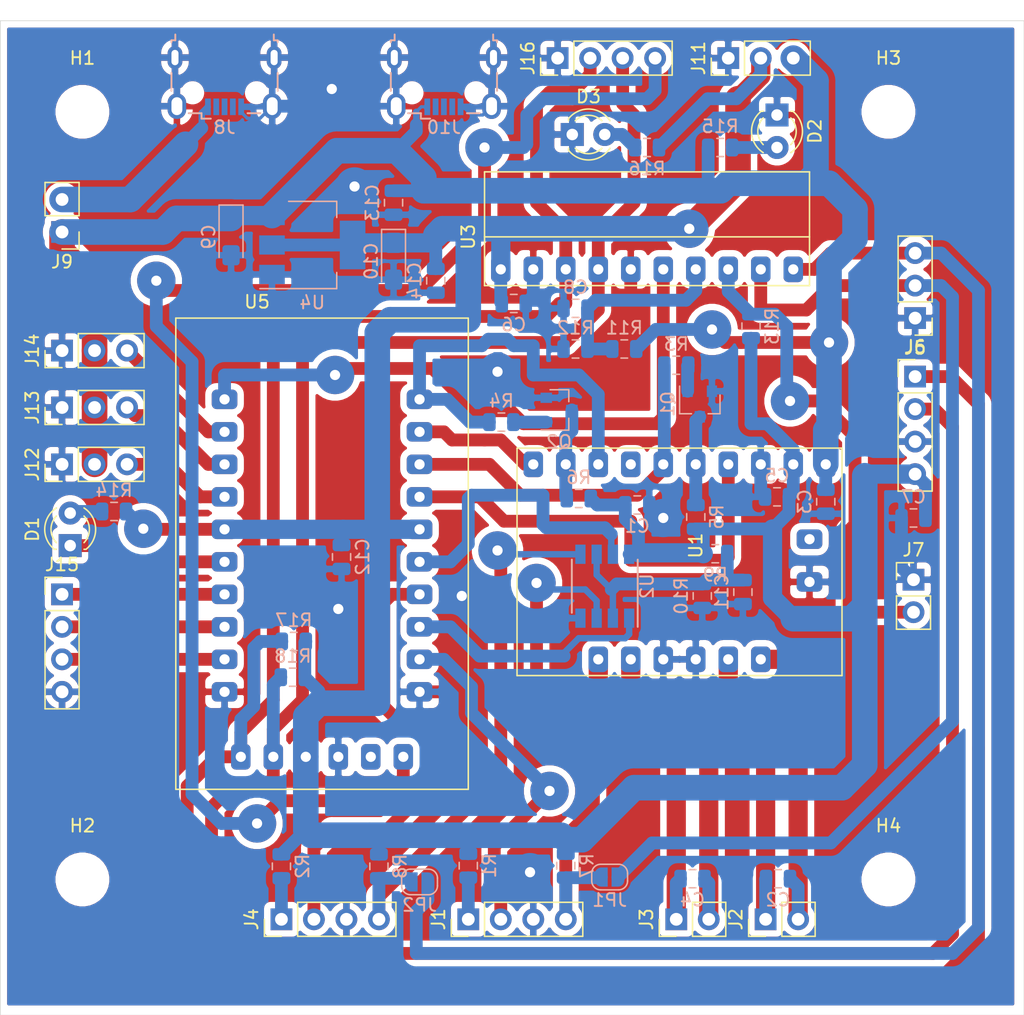
<source format=kicad_pcb>
(kicad_pcb (version 20171130) (host pcbnew 5.1.6-c6e7f7d~86~ubuntu16.04.1)
  (layers (0 F.Cu signal hide) (31 B.Cu signal) (34 B.Paste user) (35 F.Paste user) (36 B.SilkS user) (37 F.SilkS user) (38 B.Mask user) (39 F.Mask user) (44 Edge.Cuts user))
  (net 0 "")
  (net 1 +5V)
  (net 2 GND)
  (net 3 "Net-(C2-Pad1)")
  (net 4 "Net-(C2-Pad2)")
  (net 5 "Net-(C4-Pad1)")
  (net 6 "Net-(C4-Pad2)")
  (net 7 "Net-(Q1-Pad1)")
  (net 8 "Net-(Q1-Pad3)")
  (net 9 "Net-(Q2-Pad3)")
  (net 10 "Net-(Q2-Pad1)")
  (net 11 "Net-(U1-Pad15)")
  (net 12 +3V3)
  (net 13 "Net-(U1-Pad8)")
  (net 14 "Net-(C8-Pad1)")
  (net 15 "Net-(J1-Pad4)")
  (net 16 "Net-(J1-Pad1)")
  (net 17 "Net-(J4-Pad1)")
  (net 18 "Net-(J4-Pad4)")
  (net 19 "Net-(J5-Pad3)")
  (net 20 "Net-(J5-Pad2)")
  (net 21 "Net-(J7-Pad2)")
  (net 22 "Net-(J10-Pad4)")
  (net 23 "Net-(J10-Pad3)")
  (net 24 "Net-(J10-Pad2)")
  (net 25 "Net-(J8-Pad1)")
  (net 26 "Net-(C11-Pad1)")
  (net 27 IO4)
  (net 28 IO6)
  (net 29 SDA)
  (net 30 SCL)
  (net 31 "Net-(J12-Pad3)")
  (net 32 "Net-(J13-Pad3)")
  (net 33 "Net-(J14-Pad3)")
  (net 34 "Net-(J15-Pad1)")
  (net 35 "Net-(J15-Pad2)")
  (net 36 "Net-(J15-Pad3)")
  (net 37 INTERRUPT)
  (net 38 IO1)
  (net 39 IO2)
  (net 40 IO0)
  (net 41 IO3)
  (net 42 IO5)
  (net 43 IO7)
  (net 44 IO8)
  (net 45 "Net-(U5-Pad15)")
  (net 46 "Net-(D1-Pad2)")
  (net 47 "Net-(D1-Pad1)")
  (net 48 "Net-(D2-Pad2)")
  (net 49 "Net-(D3-Pad2)")
  (net 50 "Net-(J8-Pad4)")
  (net 51 "Net-(J8-Pad3)")
  (net 52 "Net-(J8-Pad2)")
  (module Resistor_SMD:R_0805_2012Metric (layer B.Cu) (at 23.114 51.562 180)
    (fp_text reference R18 (at 0 1.65) (layer B.SilkS) (effects (justify mirror)))
    (fp_text value 4K7)
    (pad 2 smd roundrect (at 0.9375 0 180) (size 0.975 1.4) (layers B.Cu B.Paste B.Mask) (net 29 SDA))
    (pad 1 smd roundrect (at -0.9375 0 180) (size 0.975 1.4) (layers B.Cu B.Paste B.Mask) (net 12 +3V3))
  )
  (module Resistor_SMD:R_0805_2012Metric (layer B.Cu) (at 23.1925 48.768 180)
    (fp_text reference R17 (at 0 1.65) (layer B.SilkS) (effects (justify mirror)))
    (fp_text value 4K7)
    (pad 2 smd roundrect (at 0.9375 0 180) (size 0.975 1.4) (layers B.Cu B.Paste B.Mask) (net 30 SCL))
    (pad 1 smd roundrect (at -0.9375 0 180) (size 0.975 1.4) (layers B.Cu B.Paste B.Mask) (net 12 +3V3))
  )
  (module reprapltd-kicad:adafruit-2448 (layer F.Cu) (at 53.34 42.545 90)
    (fp_text reference U1 (at 1.27 1.27 90) (layer F.SilkS))
    (fp_text value adafruit-2448)
    (pad 1 thru_hole roundrect (at -7.62 -6.35 90) (size 2 1.524) (drill 0.8) (layers *.Cu *.Mask) (net 5 "Net-(C4-Pad1)"))
    (pad 2 thru_hole roundrect (at -7.62 -3.81 90) (size 2 1.524) (drill 0.8) (layers *.Cu *.Mask) (net 6 "Net-(C4-Pad2)"))
    (pad 3 thru_hole roundrect (at -7.62 -1.27 90) (size 2 1.524) (drill 0.8) (layers *.Cu *.Mask) (net 2 GND))
    (pad 4 thru_hole roundrect (at -7.62 1.27 90) (size 2 1.524) (drill 0.8) (layers *.Cu *.Mask) (net 2 GND))
    (pad 5 thru_hole roundrect (at -7.62 3.81 90) (size 2 1.524) (drill 0.8) (layers *.Cu *.Mask) (net 3 "Net-(C2-Pad1)"))
    (pad 6 thru_hole roundrect (at -7.62 6.35 90) (size 2 1.524) (drill 0.8) (layers *.Cu *.Mask) (net 4 "Net-(C2-Pad2)"))
    (pad 11 thru_hole roundrect (at 7.62 6.35 90) (size 2 1.524) (drill 0.8) (layers *.Cu *.Mask) (net 2 GND))
    (pad 12 thru_hole roundrect (at 7.62 3.81 90) (size 2 1.524) (drill 0.8) (layers *.Cu *.Mask) (net 27 IO4))
    (pad 13 thru_hole roundrect (at 7.62 1.27 90) (size 2 1.524) (drill 0.8) (layers *.Cu *.Mask) (net 8 "Net-(Q1-Pad3)"))
    (pad 14 thru_hole roundrect (at 7.62 -1.27 90) (size 2 1.524) (drill 0.8) (layers *.Cu *.Mask) (net 42 IO5))
    (pad 15 thru_hole roundrect (at 7.62 -3.81 90) (size 2 1.524) (drill 0.8) (layers *.Cu *.Mask) (net 11 "Net-(U1-Pad15)"))
    (pad 16 thru_hole roundrect (at 7.62 -6.35 90) (size 2 1.524) (drill 0.8) (layers *.Cu *.Mask) (net 43 IO7))
    (pad 17 thru_hole roundrect (at 7.62 -8.89 90) (size 2 1.524) (drill 0.8) (layers *.Cu *.Mask) (net 9 "Net-(Q2-Pad3)"))
    (pad 18 thru_hole roundrect (at 7.62 -11.43 90) (size 2 1.524) (drill 0.8) (layers *.Cu *.Mask) (net 28 IO6))
    (pad 10 thru_hole roundrect (at 7.62 8.89 90) (size 2 1.524) (drill 0.8) (layers *.Cu *.Mask) (net 12 +3V3))
    (pad 9 thru_hole roundrect (at 7.62 11.43 90) (size 2 1.524) (drill 0.8) (layers *.Cu *.Mask) (net 1 +5V))
    (pad 8 thru_hole roundrect (at 1.77 10.16 180) (size 2 1.524) (drill 0.8) (layers *.Cu *.Mask) (net 13 "Net-(U1-Pad8)"))
    (pad 7 thru_hole roundrect (at -1.57 10.16 180) (size 2 1.524) (drill 0.8) (layers *.Cu *.Mask) (net 2 GND))
  )
  (module LED_THT:LED_D3.0mm (layer F.Cu) (at 60.96 7.62 270)
    (fp_text reference D2 (at 1.27 -2.96 90) (layer F.SilkS))
    (fp_text value 5VLED)
    (pad 1 thru_hole rect (at 0 0 270) (size 1.8 1.8) (drill 0.9) (layers *.Cu *.Mask) (net 2 GND))
    (pad 2 thru_hole circle (at 2.54 0 270) (size 1.8 1.8) (drill 0.9) (layers *.Cu *.Mask) (net 48 "Net-(D2-Pad2)"))
  )
  (module LED_THT:LED_D3.0mm (layer F.Cu) (at 44.958 9.144)
    (fp_text reference D3 (at 1.27 -2.96) (layer F.SilkS))
    (fp_text value 3V3LED)
    (pad 1 thru_hole rect (at 0 0) (size 1.8 1.8) (drill 0.9) (layers *.Cu *.Mask) (net 2 GND))
    (pad 2 thru_hole circle (at 2.54 0) (size 1.8 1.8) (drill 0.9) (layers *.Cu *.Mask) (net 49 "Net-(D3-Pad2)"))
  )
  (module LED_THT:LED_D3.0mm (layer F.Cu) (at 5.715 41.275 90)
    (fp_text reference D1 (at 1.27 -2.96 90) (layer F.SilkS))
    (fp_text value FLASH)
    (pad 2 thru_hole circle (at 2.54 0 90) (size 1.8 1.8) (drill 0.9) (layers *.Cu *.Mask) (net 46 "Net-(D1-Pad2)"))
    (pad 1 thru_hole rect (at 0 0 90) (size 1.8 1.8) (drill 0.9) (layers *.Cu *.Mask) (net 47 "Net-(D1-Pad1)"))
  )
  (module Capacitor_SMD:C_0805_2012Metric (layer B.Cu) (at 50.038 38.1)
    (fp_text reference C1 (at 0 1.65) (layer B.SilkS) (effects (justify mirror)))
    (fp_text value 0.1u)
    (pad 1 smd roundrect (at -0.9375 0) (size 0.975 1.4) (layers B.Cu B.Paste B.Mask) (net 12 +3V3))
    (pad 2 smd roundrect (at 0.9375 0) (size 0.975 1.4) (layers B.Cu B.Paste B.Mask) (net 2 GND))
  )
  (module Capacitor_SMD:C_0805_2012Metric (layer B.Cu) (at 61.0385 67.31)
    (fp_text reference C2 (at 0 1.65) (layer B.SilkS) (effects (justify mirror)))
    (fp_text value 0.1u)
    (pad 1 smd roundrect (at -0.9375 0) (size 0.975 1.4) (layers B.Cu B.Paste B.Mask) (net 3 "Net-(C2-Pad1)"))
    (pad 2 smd roundrect (at 0.9375 0) (size 0.975 1.4) (layers B.Cu B.Paste B.Mask) (net 4 "Net-(C2-Pad2)"))
  )
  (module Capacitor_SMD:C_0805_2012Metric (layer B.Cu) (at 64.77 37.846 270)
    (fp_text reference C3 (at 0 1.65 90) (layer B.SilkS) (effects (justify mirror)))
    (fp_text value 0.1u)
    (pad 1 smd roundrect (at -0.9375 0 270) (size 0.975 1.4) (layers B.Cu B.Paste B.Mask) (net 1 +5V))
    (pad 2 smd roundrect (at 0.9375 0 270) (size 0.975 1.4) (layers B.Cu B.Paste B.Mask) (net 2 GND))
  )
  (module Capacitor_SMD:C_0805_2012Metric (layer B.Cu) (at 54.356 67.31)
    (fp_text reference C4 (at 0 1.65) (layer B.SilkS) (effects (justify mirror)))
    (fp_text value 0.1u)
    (pad 2 smd roundrect (at 0.9375 0) (size 0.975 1.4) (layers B.Cu B.Paste B.Mask) (net 6 "Net-(C4-Pad2)"))
    (pad 1 smd roundrect (at -0.9375 0) (size 0.975 1.4) (layers B.Cu B.Paste B.Mask) (net 5 "Net-(C4-Pad1)"))
  )
  (module Capacitor_SMD:C_0805_2012Metric (layer B.Cu) (at 60.96 37.465 180)
    (fp_text reference C5 (at 0 1.65) (layer B.SilkS) (effects (justify mirror)))
    (fp_text value 0.1u)
    (pad 2 smd roundrect (at 0.9375 0 180) (size 0.975 1.4) (layers B.Cu B.Paste B.Mask) (net 2 GND))
    (pad 1 smd roundrect (at -0.9375 0 180) (size 0.975 1.4) (layers B.Cu B.Paste B.Mask) (net 12 +3V3))
  )
  (module Capacitor_SMD:C_0805_2012Metric (layer B.Cu) (at 40.386 22.352)
    (fp_text reference C6 (at 0 1.65) (layer B.SilkS) (effects (justify mirror)))
    (fp_text value 0.1u)
    (pad 1 smd roundrect (at -0.9375 0) (size 0.975 1.4) (layers B.Cu B.Paste B.Mask) (net 12 +3V3))
    (pad 2 smd roundrect (at 0.9375 0) (size 0.975 1.4) (layers B.Cu B.Paste B.Mask) (net 2 GND))
  )
  (module Capacitor_SMD:C_0805_2012Metric (layer B.Cu) (at 71.628 39.116 180)
    (fp_text reference C7 (at 0 1.65) (layer B.SilkS) (effects (justify mirror)))
    (fp_text value 0.1u)
    (pad 2 smd roundrect (at 0.9375 0 180) (size 0.975 1.4) (layers B.Cu B.Paste B.Mask) (net 2 GND))
    (pad 1 smd roundrect (at -0.9375 0 180) (size 0.975 1.4) (layers B.Cu B.Paste B.Mask) (net 12 +3V3))
  )
  (module Capacitor_SMD:C_0805_2012Metric (layer B.Cu) (at 45.212 22.733 180)
    (fp_text reference C8 (at 0 1.65) (layer B.SilkS) (effects (justify mirror)))
    (fp_text value 0.1u)
    (pad 1 smd roundrect (at -0.9375 0 180) (size 0.975 1.4) (layers B.Cu B.Paste B.Mask) (net 14 "Net-(C8-Pad1)"))
    (pad 2 smd roundrect (at 0.9375 0 180) (size 0.975 1.4) (layers B.Cu B.Paste B.Mask) (net 2 GND))
  )
  (module Capacitor_Tantalum_SMD:CP_EIA-3216-18_Kemet-A_Pad1.58x1.35mm_HandSolder (layer B.Cu) (at 18.288 17.145 270)
    (fp_text reference C9 (at 0 1.75 90) (layer B.SilkS) (effects (justify mirror)))
    (fp_text value 10u)
    (pad 1 smd roundrect (at -1.4375 0 270) (size 1.575 1.35) (layers B.Cu B.Paste B.Mask) (roundrect_rratio 0.185185) (net 1 +5V))
    (pad 2 smd roundrect (at 1.4375 0 270) (size 1.575 1.35) (layers B.Cu B.Paste B.Mask) (roundrect_rratio 0.185185) (net 2 GND))
  )
  (module Capacitor_Tantalum_SMD:CP_EIA-3216-18_Kemet-A_Pad1.58x1.35mm_HandSolder (layer B.Cu) (at 30.988 19.05 270)
    (fp_text reference C10 (at 0 1.75 90) (layer B.SilkS) (effects (justify mirror)))
    (fp_text value 100u)
    (pad 2 smd roundrect (at 1.4375 0 270) (size 1.575 1.35) (layers B.Cu B.Paste B.Mask) (roundrect_rratio 0.185185) (net 2 GND))
    (pad 1 smd roundrect (at -1.4375 0 270) (size 1.575 1.35) (layers B.Cu B.Paste B.Mask) (roundrect_rratio 0.185185) (net 12 +3V3))
  )
  (module Capacitor_SMD:C_0805_2012Metric (layer B.Cu) (at 58.293 44.9095 270)
    (fp_text reference C11 (at 0 1.65 90) (layer B.SilkS) (effects (justify mirror)))
    (fp_text value 0.1u)
    (pad 2 smd roundrect (at 0.9375 0 270) (size 0.975 1.4) (layers B.Cu B.Paste B.Mask) (net 2 GND))
    (pad 1 smd roundrect (at -0.9375 0 270) (size 0.975 1.4) (layers B.Cu B.Paste B.Mask) (net 26 "Net-(C11-Pad1)"))
  )
  (module Connector_PinHeader_2.54mm:PinHeader_1x04_P2.54mm_Vertical (layer F.Cu) (at 36.83 70.485 90)
    (fp_text reference J1 (at 0 -2.33 90) (layer F.SilkS))
    (fp_text value "left wheel sensor")
    (pad 1 thru_hole rect (at 0 0 90) (size 1.7 1.7) (drill 1) (layers *.Cu *.Mask) (net 16 "Net-(J1-Pad1)"))
    (pad 2 thru_hole oval (at 0 2.54 90) (size 1.7 1.7) (drill 1) (layers *.Cu *.Mask) (net 40 IO0))
    (pad 3 thru_hole oval (at 0 5.08 90) (size 1.7 1.7) (drill 1) (layers *.Cu *.Mask) (net 2 GND))
    (pad 4 thru_hole oval (at 0 7.62 90) (size 1.7 1.7) (drill 1) (layers *.Cu *.Mask) (net 15 "Net-(J1-Pad4)"))
  )
  (module Connector_PinHeader_2.54mm:PinHeader_1x02_P2.54mm_Vertical (layer F.Cu) (at 60.071 70.485 90)
    (fp_text reference J2 (at 0 -2.33 90) (layer F.SilkS))
    (fp_text value "Left motor")
    (pad 2 thru_hole oval (at 0 2.54 90) (size 1.7 1.7) (drill 1) (layers *.Cu *.Mask) (net 4 "Net-(C2-Pad2)"))
    (pad 1 thru_hole rect (at 0 0 90) (size 1.7 1.7) (drill 1) (layers *.Cu *.Mask) (net 3 "Net-(C2-Pad1)"))
  )
  (module Connector_PinHeader_2.54mm:PinHeader_1x02_P2.54mm_Vertical (layer F.Cu) (at 53.086 70.485 90)
    (fp_text reference J3 (at 0 -2.33 90) (layer F.SilkS))
    (fp_text value "Right motor")
    (pad 2 thru_hole oval (at 0 2.54 90) (size 1.7 1.7) (drill 1) (layers *.Cu *.Mask) (net 6 "Net-(C4-Pad2)"))
    (pad 1 thru_hole rect (at 0 0 90) (size 1.7 1.7) (drill 1) (layers *.Cu *.Mask) (net 5 "Net-(C4-Pad1)"))
  )
  (module Connector_PinHeader_2.54mm:PinHeader_1x04_P2.54mm_Vertical (layer F.Cu) (at 22.225 70.485 90)
    (fp_text reference J4 (at 0 -2.33 90) (layer F.SilkS))
    (fp_text value "right wheel sensor")
    (pad 4 thru_hole oval (at 0 7.62 90) (size 1.7 1.7) (drill 1) (layers *.Cu *.Mask) (net 18 "Net-(J4-Pad4)"))
    (pad 3 thru_hole oval (at 0 5.08 90) (size 1.7 1.7) (drill 1) (layers *.Cu *.Mask) (net 2 GND))
    (pad 2 thru_hole oval (at 0 2.54 90) (size 1.7 1.7) (drill 1) (layers *.Cu *.Mask) (net 39 IO2))
    (pad 1 thru_hole rect (at 0 0 90) (size 1.7 1.7) (drill 1) (layers *.Cu *.Mask) (net 17 "Net-(J4-Pad1)"))
  )
  (module Connector_PinHeader_2.54mm:PinHeader_1x03_P2.54mm_Vertical (layer F.Cu) (at 71.755 23.495 180)
    (fp_text reference J5 (at 0 -2.33) (layer F.SilkS))
    (fp_text value "Analogue inputs")
    (pad 1 thru_hole rect (at 0 0 180) (size 1.7 1.7) (drill 1) (layers *.Cu *.Mask) (net 2 GND))
    (pad 2 thru_hole oval (at 0 2.54 180) (size 1.7 1.7) (drill 1) (layers *.Cu *.Mask) (net 20 "Net-(J5-Pad2)"))
    (pad 3 thru_hole oval (at 0 5.08 180) (size 1.7 1.7) (drill 1) (layers *.Cu *.Mask) (net 19 "Net-(J5-Pad3)"))
  )
  (module Connector_PinHeader_2.54mm:PinHeader_1x04_P2.54mm_Vertical (layer F.Cu) (at 71.755 28.067)
    (fp_text reference J6 (at 0 -2.33) (layer F.SilkS))
    (fp_text value LIDAR)
    (pad 4 thru_hole oval (at 0 7.62) (size 1.7 1.7) (drill 1) (layers *.Cu *.Mask) (net 12 +3V3))
    (pad 3 thru_hole oval (at 0 5.08) (size 1.7 1.7) (drill 1) (layers *.Cu *.Mask) (net 2 GND))
    (pad 2 thru_hole oval (at 0 2.54) (size 1.7 1.7) (drill 1) (layers *.Cu *.Mask) (net 29 SDA))
    (pad 1 thru_hole rect (at 0 0) (size 1.7 1.7) (drill 1) (layers *.Cu *.Mask) (net 30 SCL))
  )
  (module Connector_PinHeader_2.54mm:PinHeader_1x02_P2.54mm_Vertical (layer F.Cu) (at 71.628 43.942)
    (fp_text reference J7 (at 0 -2.33) (layer F.SilkS))
    (fp_text value Phototransistor)
    (pad 1 thru_hole rect (at 0 0) (size 1.7 1.7) (drill 1) (layers *.Cu *.Mask) (net 2 GND))
    (pad 2 thru_hole oval (at 0 2.54) (size 1.7 1.7) (drill 1) (layers *.Cu *.Mask) (net 21 "Net-(J7-Pad2)"))
  )
  (module Connector_USB:USB_Micro-B_Wuerth_629105150521 (layer B.Cu) (at 17.78 5.08)
    (fp_text reference J8 (at 0 3.5) (layer B.SilkS) (effects (justify mirror)))
    (fp_text value USB-from-battery)
    (pad "" np_thru_hole oval (at 2.5 0.8) (size 0.8 0.8) (drill 0.8) (layers *.Cu *.Mask))
    (pad "" np_thru_hole oval (at -2.5 0.8) (size 0.8 0.8) (drill 0.8) (layers *.Cu *.Mask))
    (pad 6 thru_hole oval (at 3.875 -1.95) (size 1.15 1.8) (drill oval 0.55 1.2) (layers *.Cu *.Mask) (net 2 GND))
    (pad 6 thru_hole oval (at -3.875 -1.95) (size 1.15 1.8) (drill oval 0.55 1.2) (layers *.Cu *.Mask) (net 2 GND))
    (pad 6 thru_hole oval (at 3.725 1.85) (size 1.45 2) (drill oval 0.85 1.4) (layers *.Cu *.Mask) (net 2 GND))
    (pad 6 thru_hole oval (at -3.725 1.85) (size 1.45 2) (drill oval 0.85 1.4) (layers *.Cu *.Mask) (net 2 GND))
    (pad 5 smd rect (at 1.3 1.9) (size 0.45 1.3) (layers B.Cu B.Paste B.Mask) (net 2 GND))
    (pad 4 smd rect (at 0.65 1.9) (size 0.45 1.3) (layers B.Cu B.Paste B.Mask) (net 50 "Net-(J8-Pad4)"))
    (pad 3 smd rect (at 0 1.9) (size 0.45 1.3) (layers B.Cu B.Paste B.Mask) (net 51 "Net-(J8-Pad3)"))
    (pad 2 smd rect (at -0.65 1.9) (size 0.45 1.3) (layers B.Cu B.Paste B.Mask) (net 52 "Net-(J8-Pad2)"))
    (pad 1 smd rect (at -1.3 1.9) (size 0.45 1.3) (layers B.Cu B.Paste B.Mask) (net 25 "Net-(J8-Pad1)"))
  )
  (module Connector_PinHeader_2.54mm:PinHeader_1x02_P2.54mm_Vertical (layer F.Cu) (at 5.08 16.764 180)
    (fp_text reference J9 (at 0 -2.33) (layer F.SilkS))
    (fp_text value "power switch")
    (pad 1 thru_hole rect (at 0 0 180) (size 1.7 1.7) (drill 1) (layers *.Cu *.Mask) (net 1 +5V))
    (pad 2 thru_hole oval (at 0 2.54 180) (size 1.7 1.7) (drill 1) (layers *.Cu *.Mask) (net 25 "Net-(J8-Pad1)"))
  )
  (module Connector_USB:USB_Micro-B_Wuerth_629105150521 (layer B.Cu) (at 34.925 5.08)
    (fp_text reference J10 (at 0 3.5) (layer B.SilkS) (effects (justify mirror)))
    (fp_text value USB-to-controller)
    (pad 1 smd rect (at -1.3 1.9) (size 0.45 1.3) (layers B.Cu B.Paste B.Mask) (net 1 +5V))
    (pad 2 smd rect (at -0.65 1.9) (size 0.45 1.3) (layers B.Cu B.Paste B.Mask) (net 24 "Net-(J10-Pad2)"))
    (pad 3 smd rect (at 0 1.9) (size 0.45 1.3) (layers B.Cu B.Paste B.Mask) (net 23 "Net-(J10-Pad3)"))
    (pad 4 smd rect (at 0.65 1.9) (size 0.45 1.3) (layers B.Cu B.Paste B.Mask) (net 22 "Net-(J10-Pad4)"))
    (pad 5 smd rect (at 1.3 1.9) (size 0.45 1.3) (layers B.Cu B.Paste B.Mask) (net 2 GND))
    (pad 6 thru_hole oval (at -3.725 1.85) (size 1.45 2) (drill oval 0.85 1.4) (layers *.Cu *.Mask) (net 2 GND))
    (pad 6 thru_hole oval (at 3.725 1.85) (size 1.45 2) (drill oval 0.85 1.4) (layers *.Cu *.Mask) (net 2 GND))
    (pad 6 thru_hole oval (at -3.875 -1.95) (size 1.15 1.8) (drill oval 0.55 1.2) (layers *.Cu *.Mask) (net 2 GND))
    (pad 6 thru_hole oval (at 3.875 -1.95) (size 1.15 1.8) (drill oval 0.55 1.2) (layers *.Cu *.Mask) (net 2 GND))
    (pad "" np_thru_hole oval (at -2.5 0.8) (size 0.8 0.8) (drill 0.8) (layers *.Cu *.Mask))
    (pad "" np_thru_hole oval (at 2.5 0.8) (size 0.8 0.8) (drill 0.8) (layers *.Cu *.Mask))
  )
  (module Connector_PinHeader_2.54mm:PinHeader_1x03_P2.54mm_Vertical (layer F.Cu) (at 57.15 3.175 90)
    (fp_text reference J11 (at 0 -2.33 90) (layer F.SilkS))
    (fp_text value power-connector)
    (pad 3 thru_hole oval (at 0 5.08 90) (size 1.7 1.7) (drill 1) (layers *.Cu *.Mask) (net 1 +5V))
    (pad 2 thru_hole oval (at 0 2.54 90) (size 1.7 1.7) (drill 1) (layers *.Cu *.Mask) (net 12 +3V3))
    (pad 1 thru_hole rect (at 0 0 90) (size 1.7 1.7) (drill 1) (layers *.Cu *.Mask) (net 2 GND))
  )
  (module Connector_PinHeader_2.54mm:PinHeader_1x03_P2.54mm_Vertical (layer F.Cu) (at 5.08 34.925 90)
    (fp_text reference J12 (at 0 -2.33 90) (layer F.SilkS))
    (fp_text value "servo 3")
    (pad 1 thru_hole rect (at 0 0 90) (size 1.7 1.7) (drill 1) (layers *.Cu *.Mask) (net 2 GND))
    (pad 2 thru_hole oval (at 0 2.54 90) (size 1.7 1.7) (drill 1) (layers *.Cu *.Mask) (net 1 +5V))
    (pad 3 thru_hole oval (at 0 5.08 90) (size 1.7 1.7) (drill 1) (layers *.Cu *.Mask) (net 31 "Net-(J12-Pad3)"))
  )
  (module Connector_PinHeader_2.54mm:PinHeader_1x03_P2.54mm_Vertical (layer F.Cu) (at 5.08 30.48 90)
    (fp_text reference J13 (at 0 -2.33 90) (layer F.SilkS))
    (fp_text value "servo 2")
    (pad 3 thru_hole oval (at 0 5.08 90) (size 1.7 1.7) (drill 1) (layers *.Cu *.Mask) (net 32 "Net-(J13-Pad3)"))
    (pad 2 thru_hole oval (at 0 2.54 90) (size 1.7 1.7) (drill 1) (layers *.Cu *.Mask) (net 1 +5V))
    (pad 1 thru_hole rect (at 0 0 90) (size 1.7 1.7) (drill 1) (layers *.Cu *.Mask) (net 2 GND))
  )
  (module Connector_PinHeader_2.54mm:PinHeader_1x03_P2.54mm_Vertical (layer F.Cu) (at 5.08 26.035 90)
    (fp_text reference J14 (at 0 -2.33 90) (layer F.SilkS))
    (fp_text value "servo 1")
    (pad 1 thru_hole rect (at 0 0 90) (size 1.7 1.7) (drill 1) (layers *.Cu *.Mask) (net 2 GND))
    (pad 2 thru_hole oval (at 0 2.54 90) (size 1.7 1.7) (drill 1) (layers *.Cu *.Mask) (net 1 +5V))
    (pad 3 thru_hole oval (at 0 5.08 90) (size 1.7 1.7) (drill 1) (layers *.Cu *.Mask) (net 33 "Net-(J14-Pad3)"))
  )
  (module Connector_PinHeader_2.54mm:PinHeader_1x04_P2.54mm_Vertical (layer F.Cu) (at 43.815 3.175 90)
    (fp_text reference J16 (at 0 -2.33 90) (layer F.SilkS))
    (fp_text value data-connector)
    (pad 1 thru_hole rect (at 0 0 90) (size 1.7 1.7) (drill 1) (layers *.Cu *.Mask) (net 2 GND))
    (pad 2 thru_hole oval (at 0 2.54 90) (size 1.7 1.7) (drill 1) (layers *.Cu *.Mask) (net 30 SCL))
    (pad 3 thru_hole oval (at 0 5.08 90) (size 1.7 1.7) (drill 1) (layers *.Cu *.Mask) (net 29 SDA))
    (pad 4 thru_hole oval (at 0 7.62 90) (size 1.7 1.7) (drill 1) (layers *.Cu *.Mask) (net 37 INTERRUPT))
  )
  (module Jumper:SolderJumper-2_P1.3mm_Open_RoundedPad1.0x1.5mm (layer B.Cu) (at 47.879 67.183)
    (fp_text reference JP1 (at 0 1.8) (layer B.SilkS) (effects (justify mirror)))
    (fp_text value l->a2)
    (pad 1 smd custom (at -0.65 0) (size 1 0.5) (layers B.Cu B.Mask) (net 15 "Net-(J1-Pad4)") (options (clearance outline) (anchor rect)) (primitives (gr_circle (center 0 -0.25) (end 0.5 -0.25) (width 0)) (gr_circle (center 0 0.25) (end 0.5 0.25) (width 0)) (gr_poly (pts (xy 0 0.75) (xy 0.5 0.75) (xy 0.5 -0.75) (xy 0 -0.75)) (width 0))))
    (pad 2 smd custom (at 0.65 0) (size 1 0.5) (layers B.Cu B.Mask) (net 20 "Net-(J5-Pad2)") (options (clearance outline) (anchor rect)) (primitives (gr_circle (center 0 -0.25) (end 0.5 -0.25) (width 0)) (gr_circle (center 0 0.25) (end 0.5 0.25) (width 0)) (gr_poly (pts (xy 0 0.75) (xy -0.5 0.75) (xy -0.5 -0.75) (xy 0 -0.75)) (width 0))))
  )
  (module Jumper:SolderJumper-2_P1.3mm_Open_RoundedPad1.0x1.5mm (layer B.Cu) (at 33.02 67.564)
    (fp_text reference JP2 (at 0 1.8) (layer B.SilkS) (effects (justify mirror)))
    (fp_text value r->a3)
    (pad 2 smd custom (at 0.65 0) (size 1 0.5) (layers B.Cu B.Mask) (net 19 "Net-(J5-Pad3)") (options (clearance outline) (anchor rect)) (primitives (gr_circle (center 0 -0.25) (end 0.5 -0.25) (width 0)) (gr_circle (center 0 0.25) (end 0.5 0.25) (width 0)) (gr_poly (pts (xy 0 0.75) (xy -0.5 0.75) (xy -0.5 -0.75) (xy 0 -0.75)) (width 0))))
    (pad 1 smd custom (at -0.65 0) (size 1 0.5) (layers B.Cu B.Mask) (net 18 "Net-(J4-Pad4)") (options (clearance outline) (anchor rect)) (primitives (gr_circle (center 0 -0.25) (end 0.5 -0.25) (width 0)) (gr_circle (center 0 0.25) (end 0.5 0.25) (width 0)) (gr_poly (pts (xy 0 0.75) (xy 0.5 0.75) (xy 0.5 -0.75) (xy 0 -0.75)) (width 0))))
  )
  (module Package_TO_SOT_SMD:SOT-23 (layer B.Cu) (at 54.925 30.21 270)
    (fp_text reference Q1 (at 0 2.5 90) (layer B.SilkS) (effects (justify mirror)))
    (fp_text value DMN6075S)
    (pad 3 smd rect (at 1 0 270) (size 0.9 0.8) (layers B.Cu B.Paste B.Mask) (net 8 "Net-(Q1-Pad3)"))
    (pad 2 smd rect (at -1 -0.95 270) (size 0.9 0.8) (layers B.Cu B.Paste B.Mask) (net 2 GND))
    (pad 1 smd rect (at -1 0.95 270) (size 0.9 0.8) (layers B.Cu B.Paste B.Mask) (net 7 "Net-(Q1-Pad1)"))
  )
  (module Package_TO_SOT_SMD:SOT-23 (layer B.Cu) (at 43.926 30.673)
    (fp_text reference Q2 (at 0 2.5) (layer B.SilkS) (effects (justify mirror)))
    (fp_text value DMN6075S)
    (pad 1 smd rect (at -1 0.95) (size 0.9 0.8) (layers B.Cu B.Paste B.Mask) (net 10 "Net-(Q2-Pad1)"))
    (pad 2 smd rect (at -1 -0.95) (size 0.9 0.8) (layers B.Cu B.Paste B.Mask) (net 2 GND))
    (pad 3 smd rect (at 1 0) (size 0.9 0.8) (layers B.Cu B.Paste B.Mask) (net 9 "Net-(Q2-Pad3)"))
  )
  (module Resistor_SMD:R_0805_2012Metric (layer B.Cu) (at 36.83 66.294 90)
    (fp_text reference R1 (at 0 1.65 90) (layer B.SilkS) (effects (justify mirror)))
    (fp_text value 180R)
    (pad 1 smd roundrect (at -0.9375 0 90) (size 0.975 1.4) (layers B.Cu B.Paste B.Mask) (net 16 "Net-(J1-Pad1)"))
    (pad 2 smd roundrect (at 0.9375 0 90) (size 0.975 1.4) (layers B.Cu B.Paste B.Mask) (net 12 +3V3))
  )
  (module Resistor_SMD:R_0805_2012Metric (layer B.Cu) (at 22.225 66.3425 90)
    (fp_text reference R2 (at 0 1.65 90) (layer B.SilkS) (effects (justify mirror)))
    (fp_text value 180R)
    (pad 2 smd roundrect (at 0.9375 0 90) (size 0.975 1.4) (layers B.Cu B.Paste B.Mask) (net 12 +3V3))
    (pad 1 smd roundrect (at -0.9375 0 90) (size 0.975 1.4) (layers B.Cu B.Paste B.Mask) (net 17 "Net-(J4-Pad1)"))
  )
  (module Resistor_SMD:R_0805_2012Metric (layer B.Cu) (at 53.086 27.178 180)
    (fp_text reference R3 (at 0 1.65) (layer B.SilkS) (effects (justify mirror)))
    (fp_text value 10K)
    (pad 1 smd roundrect (at -0.9375 0 180) (size 0.975 1.4) (layers B.Cu B.Paste B.Mask) (net 7 "Net-(Q1-Pad1)"))
    (pad 2 smd roundrect (at 0.9375 0 180) (size 0.975 1.4) (layers B.Cu B.Paste B.Mask) (net 42 IO5))
  )
  (module Resistor_SMD:R_0805_2012Metric (layer B.Cu) (at 39.4185 31.623 180)
    (fp_text reference R4 (at 0 1.65) (layer B.SilkS) (effects (justify mirror)))
    (fp_text value 10K)
    (pad 1 smd roundrect (at -0.9375 0 180) (size 0.975 1.4) (layers B.Cu B.Paste B.Mask) (net 10 "Net-(Q2-Pad1)"))
    (pad 2 smd roundrect (at 0.9375 0 180) (size 0.975 1.4) (layers B.Cu B.Paste B.Mask) (net 43 IO7))
  )
  (module Resistor_SMD:R_0805_2012Metric (layer B.Cu) (at 54.61 39.0375 90)
    (fp_text reference R5 (at 0 1.65 90) (layer B.SilkS) (effects (justify mirror)))
    (fp_text value 10K)
    (pad 2 smd roundrect (at 0.9375 0 90) (size 0.975 1.4) (layers B.Cu B.Paste B.Mask) (net 8 "Net-(Q1-Pad3)"))
    (pad 1 smd roundrect (at -0.9375 0 90) (size 0.975 1.4) (layers B.Cu B.Paste B.Mask) (net 12 +3V3))
  )
  (module Resistor_SMD:R_0805_2012Metric (layer B.Cu) (at 45.466 37.592 180)
    (fp_text reference R6 (at 0 1.65) (layer B.SilkS) (effects (justify mirror)))
    (fp_text value 10K)
    (pad 2 smd roundrect (at 0.9375 0 180) (size 0.975 1.4) (layers B.Cu B.Paste B.Mask) (net 9 "Net-(Q2-Pad3)"))
    (pad 1 smd roundrect (at -0.9375 0 180) (size 0.975 1.4) (layers B.Cu B.Paste B.Mask) (net 12 +3V3))
  )
  (module Resistor_SMD:R_0805_2012Metric (layer B.Cu) (at 44.45 66.294 90)
    (fp_text reference R7 (at 0 1.65 90) (layer B.SilkS) (effects (justify mirror)))
    (fp_text value 10K)
    (pad 1 smd roundrect (at -0.9375 0 90) (size 0.975 1.4) (layers B.Cu B.Paste B.Mask) (net 15 "Net-(J1-Pad4)"))
    (pad 2 smd roundrect (at 0.9375 0 90) (size 0.975 1.4) (layers B.Cu B.Paste B.Mask) (net 12 +3V3))
  )
  (module Resistor_SMD:R_0805_2012Metric (layer B.Cu) (at 29.845 66.3425 90)
    (fp_text reference R8 (at 0 1.65 90) (layer B.SilkS) (effects (justify mirror)))
    (fp_text value 10K)
    (pad 1 smd roundrect (at -0.9375 0 90) (size 0.975 1.4) (layers B.Cu B.Paste B.Mask) (net 18 "Net-(J4-Pad4)"))
    (pad 2 smd roundrect (at 0.9375 0 90) (size 0.975 1.4) (layers B.Cu B.Paste B.Mask) (net 12 +3V3))
  )
  (module Resistor_SMD:R_0805_2012Metric (layer B.Cu) (at 56.134 41.91)
    (fp_text reference R9 (at 0 1.65) (layer B.SilkS) (effects (justify mirror)))
    (fp_text value 6K8)
    (pad 2 smd roundrect (at 0.9375 0) (size 0.975 1.4) (layers B.Cu B.Paste B.Mask) (net 26 "Net-(C11-Pad1)"))
    (pad 1 smd roundrect (at -0.9375 0) (size 0.975 1.4) (layers B.Cu B.Paste B.Mask) (net 12 +3V3))
  )
  (module Resistor_SMD:R_0805_2012Metric (layer B.Cu) (at 55.118 45.212 270)
    (fp_text reference R10 (at 0 1.65 90) (layer B.SilkS) (effects (justify mirror)))
    (fp_text value 33K)
    (pad 1 smd roundrect (at -0.9375 0 270) (size 0.975 1.4) (layers B.Cu B.Paste B.Mask) (net 26 "Net-(C11-Pad1)"))
    (pad 2 smd roundrect (at 0.9375 0 270) (size 0.975 1.4) (layers B.Cu B.Paste B.Mask) (net 2 GND))
  )
  (module Resistor_SMD:R_0805_2012Metric (layer B.Cu) (at 49.022 25.908 180)
    (fp_text reference R11 (at 0 1.65) (layer B.SilkS) (effects (justify mirror)))
    (fp_text value 15K)
    (pad 2 smd roundrect (at 0.9375 0 180) (size 0.975 1.4) (layers B.Cu B.Paste B.Mask) (net 14 "Net-(C8-Pad1)"))
    (pad 1 smd roundrect (at -0.9375 0 180) (size 0.975 1.4) (layers B.Cu B.Paste B.Mask) (net 1 +5V))
  )
  (module Resistor_SMD:R_0805_2012Metric (layer B.Cu) (at 45.212 25.908 180)
    (fp_text reference R12 (at 0 1.65) (layer B.SilkS) (effects (justify mirror)))
    (fp_text value 10K)
    (pad 1 smd roundrect (at -0.9375 0 180) (size 0.975 1.4) (layers B.Cu B.Paste B.Mask) (net 14 "Net-(C8-Pad1)"))
    (pad 2 smd roundrect (at 0.9375 0 180) (size 0.975 1.4) (layers B.Cu B.Paste B.Mask) (net 2 GND))
  )
  (module Resistor_SMD:R_0805_2012Metric (layer B.Cu) (at 58.928 24.13 90)
    (fp_text reference R13 (at 0 1.65 90) (layer B.SilkS) (effects (justify mirror)))
    (fp_text value 15K)
    (pad 2 smd roundrect (at 0.9375 0 90) (size 0.975 1.4) (layers B.Cu B.Paste B.Mask) (net 21 "Net-(J7-Pad2)"))
    (pad 1 smd roundrect (at -0.9375 0 90) (size 0.975 1.4) (layers B.Cu B.Paste B.Mask) (net 12 +3V3))
  )
  (module reprapltd-kicad:adafruit-1015 (layer F.Cu) (at 50.8 19.685 90)
    (fp_text reference U3 (at 2.54 -13.97 90) (layer F.SilkS))
    (fp_text value adafruit-1015)
    (pad 1 thru_hole roundrect (at 0 -11.43 90) (size 2 1.524) (drill 0.8) (layers *.Cu *.Mask) (net 12 +3V3))
    (pad 2 thru_hole roundrect (at 0 -8.89 90) (size 2 1.524) (drill 0.8) (layers *.Cu *.Mask) (net 2 GND))
    (pad 3 thru_hole roundrect (at 0 -6.35 90) (size 2 1.524) (drill 0.8) (layers *.Cu *.Mask) (net 30 SCL))
    (pad 4 thru_hole roundrect (at 0 -3.81 90) (size 2 1.524) (drill 0.8) (layers *.Cu *.Mask) (net 29 SDA))
    (pad 5 thru_hole roundrect (at 0 -1.27 90) (size 2 1.524) (drill 0.8) (layers *.Cu *.Mask) (net 2 GND))
    (pad 6 thru_hole roundrect (at 0 1.27 90) (size 2 1.524) (drill 0.8) (layers *.Cu *.Mask) (net 44 IO8))
    (pad 7 thru_hole roundrect (at 0 3.81 90) (size 2 1.524) (drill 0.8) (layers *.Cu *.Mask) (net 14 "Net-(C8-Pad1)"))
    (pad 8 thru_hole roundrect (at 0 6.35 90) (size 2 1.524) (drill 0.8) (layers *.Cu *.Mask) (net 21 "Net-(J7-Pad2)"))
    (pad 9 thru_hole roundrect (at 0 8.89 90) (size 2 1.524) (drill 0.8) (layers *.Cu *.Mask) (net 20 "Net-(J5-Pad2)"))
    (pad 10 thru_hole roundrect (at 0 11.43 90) (size 2 1.524) (drill 0.8) (layers *.Cu *.Mask) (net 19 "Net-(J5-Pad3)"))
  )
  (module Package_TO_SOT_SMD:SOT-223-3_TabPin2 (layer B.Cu) (at 24.638 17.78)
    (fp_text reference U4 (at 0 4.5) (layer B.SilkS) (effects (justify mirror)))
    (fp_text value AP1117-33)
    (pad 2 smd rect (at 3.15 0) (size 2 3.8) (layers B.Cu B.Paste B.Mask) (net 12 +3V3))
    (pad 2 smd rect (at -3.15 0) (size 2 1.5) (layers B.Cu B.Paste B.Mask) (net 12 +3V3))
    (pad 3 smd rect (at -3.15 -2.3) (size 2 1.5) (layers B.Cu B.Paste B.Mask) (net 1 +5V))
    (pad 1 smd rect (at -3.15 2.3) (size 2 1.5) (layers B.Cu B.Paste B.Mask) (net 2 GND))
  )
  (module reprapltd-kicad:sparkfun-sx1509 (layer F.Cu) (at 33.02 55.245)
    (fp_text reference U5 (at -12.7 -33.02) (layer F.SilkS))
    (fp_text value sparkfun-sx1509)
    (pad 1 thru_hole roundrect (at -15.24 -25.4) (size 2 1.524) (drill 0.8) (layers *.Cu *.Mask) (net 44 IO8))
    (pad 2 thru_hole roundrect (at -15.24 -22.86) (size 2 1.524) (drill 0.8) (layers *.Cu *.Mask) (net 33 "Net-(J14-Pad3)"))
    (pad 3 thru_hole roundrect (at -15.24 -20.32) (size 2 1.524) (drill 0.8) (layers *.Cu *.Mask) (net 32 "Net-(J13-Pad3)"))
    (pad 4 thru_hole roundrect (at -15.24 -17.78) (size 2 1.524) (drill 0.8) (layers *.Cu *.Mask) (net 31 "Net-(J12-Pad3)"))
    (pad 5 thru_hole roundrect (at -15.24 -15.24) (size 2 1.524) (drill 0.8) (layers *.Cu *.Mask) (net 12 +3V3))
    (pad 6 thru_hole roundrect (at -15.24 -12.7) (size 2 1.524) (drill 0.8) (layers *.Cu *.Mask) (net 47 "Net-(D1-Pad1)"))
    (pad 7 thru_hole roundrect (at -15.24 -10.16) (size 2 1.524) (drill 0.8) (layers *.Cu *.Mask) (net 34 "Net-(J15-Pad1)"))
    (pad 8 thru_hole roundrect (at -15.24 -7.62) (size 2 1.524) (drill 0.8) (layers *.Cu *.Mask) (net 35 "Net-(J15-Pad2)"))
    (pad 9 thru_hole roundrect (at -15.24 -5.08) (size 2 1.524) (drill 0.8) (layers *.Cu *.Mask) (net 36 "Net-(J15-Pad3)"))
    (pad 10 thru_hole roundrect (at -15.24 -2.54) (size 2 1.524) (drill 0.8) (layers *.Cu *.Mask) (net 2 GND))
    (pad 11 thru_hole roundrect (at -13.97 2.54 90) (size 2 1.524) (drill 0.8) (layers *.Cu *.Mask) (net 30 SCL))
    (pad 12 thru_hole roundrect (at -11.43 2.54 90) (size 2 1.524) (drill 0.8) (layers *.Cu *.Mask) (net 29 SDA))
    (pad 13 thru_hole roundrect (at -8.89 2.54 90) (size 2 1.524) (drill 0.8) (layers *.Cu *.Mask) (net 12 +3V3))
    (pad 14 thru_hole roundrect (at -6.35 2.54 90) (size 2 1.524) (drill 0.8) (layers *.Cu *.Mask) (net 2 GND))
    (pad 15 thru_hole roundrect (at -3.81 2.54 90) (size 2 1.524) (drill 0.8) (layers *.Cu *.Mask) (net 45 "Net-(U5-Pad15)"))
    (pad 16 thru_hole roundrect (at -1.27 2.54 90) (size 2 1.524) (drill 0.8) (layers *.Cu *.Mask) (net 37 INTERRUPT))
    (pad 17 thru_hole roundrect (at 0 -2.54 180) (size 2 1.524) (drill 0.8) (layers *.Cu *.Mask) (net 2 GND))
    (pad 18 thru_hole roundrect (at 0 -5.08 180) (size 2 1.524) (drill 0.8) (layers *.Cu *.Mask) (net 40 IO0))
    (pad 19 thru_hole roundrect (at 0 -7.62 180) (size 2 1.524) (drill 0.8) (layers *.Cu *.Mask) (net 38 IO1))
    (pad 20 thru_hole roundrect (at 0 -10.16 180) (size 2 1.524) (drill 0.8) (layers *.Cu *.Mask) (net 39 IO2))
    (pad 21 thru_hole roundrect (at 0 -12.7 180) (size 2 1.524) (drill 0.8) (layers *.Cu *.Mask) (net 41 IO3))
    (pad 22 thru_hole roundrect (at 0 -15.24 180) (size 2 1.524) (drill 0.8) (layers *.Cu *.Mask) (net 12 +3V3))
    (pad 23 thru_hole roundrect (at 0 -17.78 180) (size 2 1.524) (drill 0.8) (layers *.Cu *.Mask) (net 27 IO4))
    (pad 24 thru_hole roundrect (at 0 -20.32 180) (size 2 1.524) (drill 0.8) (layers *.Cu *.Mask) (net 42 IO5))
    (pad 25 thru_hole roundrect (at 0 -22.86 180) (size 2 1.524) (drill 0.8) (layers *.Cu *.Mask) (net 28 IO6))
    (pad 26 thru_hole roundrect (at 0 -25.4 180) (size 2 1.524) (drill 0.8) (layers *.Cu *.Mask) (net 43 IO7))
  )
  (module Capacitor_SMD:C_0805_2012Metric (layer B.Cu) (at 26.924 42.164 90)
    (fp_text reference C12 (at 0 1.65 90) (layer B.SilkS) (effects (justify mirror)))
    (fp_text value 0.1u)
    (pad 1 smd roundrect (at -0.9375 0 90) (size 0.975 1.4) (layers B.Cu B.Paste B.Mask) (net 2 GND))
    (pad 2 smd roundrect (at 0.9375 0 90) (size 0.975 1.4) (layers B.Cu B.Paste B.Mask) (net 12 +3V3))
  )
  (module Connector_PinHeader_2.54mm:PinHeader_1x04_P2.54mm_Vertical (layer F.Cu) (at 5.08 45.085)
    (fp_text reference J15 (at 0 -2.33) (layer F.SilkS))
    (fp_text value GPIO)
    (pad 1 thru_hole rect (at 0 0) (size 1.7 1.7) (drill 1) (layers *.Cu *.Mask) (net 34 "Net-(J15-Pad1)"))
    (pad 2 thru_hole oval (at 0 2.54) (size 1.7 1.7) (drill 1) (layers *.Cu *.Mask) (net 35 "Net-(J15-Pad2)"))
    (pad 3 thru_hole oval (at 0 5.08) (size 1.7 1.7) (drill 1) (layers *.Cu *.Mask) (net 36 "Net-(J15-Pad3)"))
    (pad 4 thru_hole oval (at 0 7.62) (size 1.7 1.7) (drill 1) (layers *.Cu *.Mask) (net 2 GND))
  )
  (module Resistor_SMD:R_0805_2012Metric (layer B.Cu) (at 9.144 38.608 180)
    (fp_text reference R14 (at 0 1.65) (layer B.SilkS) (effects (justify mirror)))
    (fp_text value 220R)
    (pad 1 smd roundrect (at -0.9375 0 180) (size 0.975 1.4) (layers B.Cu B.Paste B.Mask) (net 12 +3V3))
    (pad 2 smd roundrect (at 0.9375 0 180) (size 0.975 1.4) (layers B.Cu B.Paste B.Mask) (net 46 "Net-(D1-Pad2)"))
  )
  (module Resistor_SMD:R_0805_2012Metric (layer B.Cu) (at 56.515 10.16 180)
    (fp_text reference R15 (at 0 1.65) (layer B.SilkS) (effects (justify mirror)))
    (fp_text value 220R)
    (pad 1 smd roundrect (at -0.9375 0 180) (size 0.975 1.4) (layers B.Cu B.Paste B.Mask) (net 48 "Net-(D2-Pad2)"))
    (pad 2 smd roundrect (at 0.9375 0 180) (size 0.975 1.4) (layers B.Cu B.Paste B.Mask) (net 1 +5V))
  )
  (module Resistor_SMD:R_0805_2012Metric (layer B.Cu) (at 50.8 10.16)
    (fp_text reference R16 (at 0 1.65) (layer B.SilkS) (effects (justify mirror)))
    (fp_text value 220R)
    (pad 2 smd roundrect (at 0.9375 0) (size 0.975 1.4) (layers B.Cu B.Paste B.Mask) (net 12 +3V3))
    (pad 1 smd roundrect (at -0.9375 0) (size 0.975 1.4) (layers B.Cu B.Paste B.Mask) (net 49 "Net-(D3-Pad2)"))
  )
  (module Capacitor_SMD:C_0805_2012Metric (layer B.Cu) (at 30.988 14.478 270)
    (fp_text reference C13 (at 0 1.65 90) (layer B.SilkS) (effects (justify mirror)))
    (fp_text value 0.1u)
    (pad 2 smd roundrect (at 0.9375 0 270) (size 0.975 1.4) (layers B.Cu B.Paste B.Mask) (net 2 GND))
    (pad 1 smd roundrect (at -0.9375 0 270) (size 0.975 1.4) (layers B.Cu B.Paste B.Mask) (net 1 +5V))
  )
  (module Capacitor_SMD:C_0805_2012Metric (layer B.Cu) (at 34.29 20.574 270)
    (fp_text reference C14 (at 0 1.65 90) (layer B.SilkS) (effects (justify mirror)))
    (fp_text value 0.1u)
    (pad 1 smd roundrect (at -0.9375 0 270) (size 0.975 1.4) (layers B.Cu B.Paste B.Mask) (net 12 +3V3))
    (pad 2 smd roundrect (at 0.9375 0 270) (size 0.975 1.4) (layers B.Cu B.Paste B.Mask) (net 2 GND))
  )
  (module MountingHole:MountingHole_3.2mm_M3 (layer F.Cu) (at 6.67 7.37)
    (fp_text reference H1 (at 0 -4.2) (layer F.SilkS))
    (fp_text value MountingHole)
    (pad 1 np_thru_hole circle (at 0 0) (size 3.2 3.2) (drill 3.2) (layers *.Cu *.Mask))
  )
  (module MountingHole:MountingHole_3.2mm_M3 (layer F.Cu) (at 6.67 67.37)
    (fp_text reference H2 (at 0 -4.2) (layer F.SilkS))
    (fp_text value MountingHole)
    (pad 1 np_thru_hole circle (at 0 0) (size 3.2 3.2) (drill 3.2) (layers *.Cu *.Mask))
  )
  (module MountingHole:MountingHole_3.2mm_M3 (layer F.Cu) (at 69.67 7.37)
    (fp_text reference H3 (at 0 -4.2) (layer F.SilkS))
    (fp_text value MountingHole)
    (pad 1 np_thru_hole circle (at 0 0) (size 3.2 3.2) (drill 3.2) (layers *.Cu *.Mask))
  )
  (module MountingHole:MountingHole_3.2mm_M3 (layer F.Cu) (at 69.67 67.37)
    (fp_text reference H4 (at 0 -4.2) (layer F.SilkS))
    (fp_text value MountingHole)
    (pad 1 np_thru_hole circle (at 0 0) (size 3.2 3.2) (drill 3.2) (layers *.Cu *.Mask))
  )
  (module reprapltd-kicad:Diodes_SO-8EP (layer B.Cu) (at 47.498 44.45 90)
    (fp_text reference U2 (at 0 3.3 90) (layer B.SilkS) (effects (justify mirror)))
    (fp_text value LM2903)
    (pad 1 smd rect (at -2.4975 1.905 90) (size 1.505 0.802) (layers B.Cu B.Paste B.Mask) (net 38 IO1))
    (pad 2 smd rect (at -2.4975 0.635 90) (size 1.505 0.802) (layers B.Cu B.Paste B.Mask) (net 26 "Net-(C11-Pad1)"))
    (pad 3 smd rect (at -2.4975 -0.635 90) (size 1.505 0.802) (layers B.Cu B.Paste B.Mask) (net 15 "Net-(J1-Pad4)"))
    (pad 4 smd rect (at -2.4975 -1.905 90) (size 1.505 0.802) (layers B.Cu B.Paste B.Mask) (net 2 GND))
    (pad 5 smd rect (at 2.4975 -1.905 90) (size 1.505 0.802) (layers B.Cu B.Paste B.Mask) (net 18 "Net-(J4-Pad4)"))
    (pad 6 smd rect (at 2.4975 -0.635 90) (size 1.505 0.802) (layers B.Cu B.Paste B.Mask) (net 26 "Net-(C11-Pad1)"))
    (pad 7 smd rect (at 2.4975 0.635 90) (size 1.505 0.802) (layers B.Cu B.Paste B.Mask) (net 41 IO3))
    (pad 8 smd rect (at 2.4975 1.905 90) (size 1.505 0.802) (layers B.Cu B.Paste B.Mask) (net 12 +3V3))
  )
  (gr_line (start 0.254 77.978) (end 0.254 0.254) (layer Edge.Cuts) (width 0.05))
  (gr_line (start 80.264 77.978) (end 0.254 77.978) (layer Edge.Cuts) (width 0.05))
  (gr_line (start 80.264 0.254) (end 80.264 77.978) (layer Edge.Cuts) (width 0.05))
  (gr_line (start 0.254 0.254) (end 80.264 0.254) (layer Edge.Cuts) (width 0.05))
  (segment (start 33.599999 7.040001) (end 33.599999 6.98) (width 0.5) (layer B.Cu) (net 1))
  (segment (start 18.5155 15.48) (end 18.288 15.7075) (width 1.5) (layer B.Cu) (net 1))
  (segment (start 21.488 15.48) (end 18.5155 15.48) (width 1.5) (layer B.Cu) (net 1))
  (segment (start 5.08 16.764) (end 12.954 16.764) (width 2) (layer B.Cu) (net 1))
  (segment (start 14.0105 15.7075) (end 18.288 15.7075) (width 2) (layer B.Cu) (net 1))
  (segment (start 12.954 16.764) (end 14.0105 15.7075) (width 2) (layer B.Cu) (net 1))
  (segment (start 23.4275 13.5405) (end 21.488 15.48) (width 1.5) (layer B.Cu) (net 1))
  (segment (start 5.08 16.764) (end 5.08 18.288) (width 2) (layer F.Cu) (net 1))
  (segment (start 7.62 20.828) (end 7.62 26.035) (width 2) (layer F.Cu) (net 1))
  (segment (start 5.08 18.288) (end 7.62 20.828) (width 2) (layer F.Cu) (net 1))
  (segment (start 7.62 26.035) (end 7.62 30.48) (width 2) (layer F.Cu) (net 1))
  (segment (start 7.62 30.48) (end 7.62 34.925) (width 2) (layer F.Cu) (net 1))
  (segment (start 56.5635 13.5405) (end 57.15 12.954) (width 2) (layer B.Cu) (net 1))
  (segment (start 57.15 12.954) (end 63.246 12.954) (width 2) (layer B.Cu) (net 1))
  (segment (start 55.5775 13.5105) (end 55.5475 13.5405) (width 1) (layer B.Cu) (net 1))
  (segment (start 55.5775 10.16) (end 55.5775 13.5105) (width 1) (layer B.Cu) (net 1))
  (segment (start 55.5475 13.5405) (end 56.5635 13.5405) (width 2) (layer B.Cu) (net 1))
  (segment (start 62.23 3.175) (end 64.008 4.953) (width 2) (layer B.Cu) (net 1))
  (segment (start 64.008 12.192) (end 63.246 12.954) (width 2) (layer B.Cu) (net 1))
  (segment (start 64.008 4.953) (end 64.008 12.192) (width 2) (layer B.Cu) (net 1))
  (segment (start 64.77 36.9085) (end 64.77 34.925) (width 1) (layer B.Cu) (net 1))
  (segment (start 64.77 32.258) (end 64.77 34.925) (width 2) (layer B.Cu) (net 1))
  (segment (start 63.246 12.954) (end 65.024 12.954) (width 2) (layer B.Cu) (net 1))
  (segment (start 65.024 19.304) (end 65.024 25.4) (width 2) (layer B.Cu) (net 1))
  (segment (start 67.056 14.986) (end 67.056 17.272) (width 2) (layer B.Cu) (net 1))
  (segment (start 67.056 17.272) (end 65.024 19.304) (width 2) (layer B.Cu) (net 1))
  (segment (start 65.024 12.954) (end 67.056 14.986) (width 2) (layer B.Cu) (net 1))
  (segment (start 65.024 32.004) (end 64.77 32.258) (width 2) (layer B.Cu) (net 1))
  (segment (start 65.024 25.4) (end 65.024 32.004) (width 2) (layer B.Cu) (net 1))
  (via (at 65.024 25.4) (size 3) (drill 0.8) (layers F.Cu B.Cu) (net 1))
  (segment (start 65.024 25.4) (end 58.166 25.4) (width 1) (layer F.Cu) (net 1))
  (segment (start 58.166 25.4) (end 56.896 25.4) (width 1) (layer F.Cu) (net 1))
  (segment (start 56.896 25.4) (end 55.88 24.384) (width 1) (layer F.Cu) (net 1))
  (segment (start 55.88 24.384) (end 55.88 24.384) (width 1) (layer F.Cu) (net 1))
  (via (at 55.88 24.384) (size 3) (drill 0.8) (layers F.Cu B.Cu) (net 1))
  (segment (start 51.4835 24.384) (end 49.9595 25.908) (width 1) (layer B.Cu) (net 1))
  (segment (start 55.88 24.384) (end 51.4835 24.384) (width 1) (layer B.Cu) (net 1))
  (segment (start 33.3525 13.5405) (end 33.3525 12.5245) (width 2) (layer B.Cu) (net 1))
  (segment (start 33.3525 13.5405) (end 55.5475 13.5405) (width 2) (layer B.Cu) (net 1))
  (segment (start 33.3525 12.5245) (end 31.242 10.414) (width 2) (layer B.Cu) (net 1))
  (segment (start 26.554 10.414) (end 21.488 15.48) (width 2) (layer B.Cu) (net 1))
  (segment (start 31.242 10.414) (end 26.554 10.414) (width 2) (layer B.Cu) (net 1))
  (segment (start 33.3525 13.5405) (end 30.988 13.5405) (width 1) (layer B.Cu) (net 1))
  (segment (start 33.625 6.98) (end 33.406 6.98) (width 0.25) (layer B.Cu) (net 1))
  (segment (start 33.625 6.98) (end 33.152 6.98) (width 0.25) (layer B.Cu) (net 1))
  (segment (start 33.152 6.98) (end 32.766 7.366) (width 0.25) (layer B.Cu) (net 1))
  (segment (start 32.766 7.366) (end 32.766 8.382) (width 0.5) (layer B.Cu) (net 1))
  (segment (start 32.766 8.89) (end 31.242 10.414) (width 1) (layer B.Cu) (net 1))
  (segment (start 32.766 8.382) (end 32.766 8.89) (width 1) (layer B.Cu) (net 1))
  (via (at 26.67 46.228) (size 3) (drill 0.8) (layers F.Cu B.Cu) (net 2))
  (via (at 52.07 39.116) (size 3) (drill 0.8) (layers F.Cu B.Cu) (net 2))
  (via (at 41.656 66.802) (size 3) (drill 0.8) (layers F.Cu B.Cu) (net 2))
  (segment (start 70.6905 43.0045) (end 71.628 43.942) (width 1) (layer B.Cu) (net 2))
  (segment (start 70.6905 39.116) (end 70.6905 43.0045) (width 1) (layer B.Cu) (net 2))
  (segment (start 33.02 52.705) (end 35.179 52.705) (width 1) (layer F.Cu) (net 2))
  (segment (start 35.179 52.705) (end 37.338 50.546) (width 1) (layer F.Cu) (net 2))
  (segment (start 37.338 45.212) (end 37.338 45.212) (width 1) (layer F.Cu) (net 2))
  (via (at 36.322 45.212) (size 3) (drill 0.8) (layers F.Cu B.Cu) (net 2))
  (segment (start 36.322 45.466) (end 37.338 46.482) (width 1) (layer F.Cu) (net 2))
  (segment (start 36.322 45.212) (end 36.322 45.466) (width 1) (layer F.Cu) (net 2))
  (segment (start 37.338 50.546) (end 37.338 46.482) (width 1) (layer F.Cu) (net 2))
  (segment (start 37.338 46.482) (end 37.338 45.212) (width 1) (layer F.Cu) (net 2))
  (segment (start 59.69 37.1325) (end 60.0225 37.465) (width 1) (layer B.Cu) (net 2))
  (segment (start 59.69 34.925) (end 59.69 37.1325) (width 1) (layer B.Cu) (net 2))
  (segment (start 50.9755 38.1) (end 51.9915 39.116) (width 0.5) (layer B.Cu) (net 2))
  (segment (start 36.322 45.212) (end 38.608 45.212) (width 0.5) (layer B.Cu) (net 2))
  (segment (start 40.3435 46.9475) (end 45.593 46.9475) (width 0.5) (layer B.Cu) (net 2))
  (segment (start 38.608 45.212) (end 40.3435 46.9475) (width 0.5) (layer B.Cu) (net 2))
  (segment (start 49.53 27.686) (end 39.116 27.686) (width 1) (layer F.Cu) (net 2))
  (segment (start 49.53 19.685) (end 49.53 27.686) (width 1) (layer F.Cu) (net 2))
  (segment (start 39.116 27.686) (end 39.116 27.686) (width 1) (layer F.Cu) (net 2))
  (via (at 39.116 27.686) (size 3) (drill 0.8) (layers F.Cu B.Cu) (net 2))
  (segment (start 21.505 6.93) (end 24.82 6.93) (width 1) (layer B.Cu) (net 2))
  (segment (start 24.82 6.93) (end 26.162 5.588) (width 1) (layer B.Cu) (net 2))
  (segment (start 26.162 5.588) (end 26.162 5.588) (width 1) (layer B.Cu) (net 2))
  (via (at 26.162 5.588) (size 3) (drill 0.8) (layers F.Cu B.Cu) (net 2))
  (segment (start 26.162 5.588) (end 26.162 12.192) (width 1) (layer F.Cu) (net 2))
  (segment (start 27.94 13.97) (end 27.94 13.97) (width 1) (layer F.Cu) (net 2))
  (via (at 27.94 13.208) (size 3) (drill 0.8) (layers F.Cu B.Cu) (net 2))
  (segment (start 27.178 13.208) (end 26.162 12.192) (width 1) (layer F.Cu) (net 2))
  (segment (start 27.94 13.208) (end 27.178 13.208) (width 1) (layer F.Cu) (net 2))
  (segment (start 19.08 6.98) (end 19.08 7.396) (width 0.25) (layer B.Cu) (net 2))
  (segment (start 19.08 7.396) (end 19.558 7.874) (width 0.25) (layer B.Cu) (net 2))
  (segment (start 20.561 7.874) (end 21.505 6.93) (width 0.25) (layer B.Cu) (net 2))
  (segment (start 19.558 7.874) (end 20.561 7.874) (width 0.25) (layer B.Cu) (net 2))
  (segment (start 36.225 6.98) (end 36.444 6.98) (width 0.25) (layer B.Cu) (net 2))
  (segment (start 36.444 6.98) (end 37.084 7.62) (width 0.25) (layer B.Cu) (net 2))
  (segment (start 37.96 7.62) (end 38.65 6.93) (width 0.25) (layer B.Cu) (net 2))
  (segment (start 37.084 7.62) (end 37.96 7.62) (width 0.25) (layer B.Cu) (net 2))
  (segment (start 41.91 21.7655) (end 41.3235 22.352) (width 1) (layer B.Cu) (net 2))
  (segment (start 41.91 19.685) (end 41.91 21.7655) (width 1) (layer B.Cu) (net 2))
  (segment (start 60.071 67.34) (end 60.101 67.31) (width 1) (layer B.Cu) (net 3))
  (segment (start 60.071 70.485) (end 60.071 67.34) (width 1) (layer B.Cu) (net 3))
  (segment (start 57.15 50.165) (end 57.15 52.07) (width 1.5) (layer F.Cu) (net 3))
  (segment (start 60.071 54.991) (end 60.071 70.485) (width 1.5) (layer F.Cu) (net 3))
  (segment (start 57.15 52.07) (end 60.071 54.991) (width 1.5) (layer F.Cu) (net 3))
  (segment (start 62.611 67.945) (end 61.976 67.31) (width 1) (layer B.Cu) (net 4))
  (segment (start 62.611 70.485) (end 62.611 67.945) (width 1) (layer B.Cu) (net 4))
  (segment (start 59.69 50.165) (end 62.357 50.165) (width 1.5) (layer F.Cu) (net 4))
  (segment (start 62.611 50.419) (end 62.611 70.485) (width 1.5) (layer F.Cu) (net 4))
  (segment (start 62.357 50.165) (end 62.611 50.419) (width 1.5) (layer F.Cu) (net 4))
  (segment (start 53.086 67.6425) (end 53.4185 67.31) (width 1) (layer B.Cu) (net 5))
  (segment (start 53.086 70.485) (end 53.086 67.6425) (width 1) (layer B.Cu) (net 5))
  (segment (start 46.99 50.165) (end 46.99 53.594) (width 1.5) (layer F.Cu) (net 5))
  (segment (start 46.99 53.594) (end 49.53 56.134) (width 1.5) (layer F.Cu) (net 5))
  (segment (start 49.53 56.134) (end 52.832 56.134) (width 1.5) (layer F.Cu) (net 5))
  (segment (start 53.086 56.388) (end 53.086 70.485) (width 1.5) (layer F.Cu) (net 5))
  (segment (start 52.832 56.134) (end 53.086 56.388) (width 1.5) (layer F.Cu) (net 5))
  (segment (start 55.626 67.6425) (end 55.2935 67.31) (width 1) (layer B.Cu) (net 6))
  (segment (start 55.626 70.485) (end 55.626 67.6425) (width 1) (layer B.Cu) (net 6))
  (segment (start 55.626 54.864) (end 55.626 70.485) (width 1.5) (layer F.Cu) (net 6))
  (segment (start 54.356 53.594) (end 55.626 54.864) (width 1.5) (layer F.Cu) (net 6))
  (segment (start 50.546 53.594) (end 54.356 53.594) (width 1.5) (layer F.Cu) (net 6))
  (segment (start 49.53 50.165) (end 49.53 52.578) (width 1.5) (layer F.Cu) (net 6))
  (segment (start 49.53 52.578) (end 50.546 53.594) (width 1.5) (layer F.Cu) (net 6))
  (segment (start 53.975 27.2265) (end 54.0235 27.178) (width 1) (layer B.Cu) (net 7))
  (segment (start 53.975 29.21) (end 53.975 27.2265) (width 1) (layer B.Cu) (net 7))
  (segment (start 54.61 31.525) (end 54.925 31.21) (width 1) (layer B.Cu) (net 8))
  (segment (start 54.61 34.925) (end 54.61 31.525) (width 1) (layer B.Cu) (net 8))
  (segment (start 54.61 34.925) (end 54.61 36.322) (width 1) (layer B.Cu) (net 8))
  (segment (start 54.61 36.322) (end 54.61 38.1) (width 1) (layer B.Cu) (net 8))
  (segment (start 44.926 30.673) (end 44.926 32.29) (width 1) (layer B.Cu) (net 9))
  (segment (start 44.45 32.766) (end 44.45 34.925) (width 1) (layer B.Cu) (net 9))
  (segment (start 44.926 32.29) (end 44.45 32.766) (width 1) (layer B.Cu) (net 9))
  (segment (start 44.45 37.5135) (end 44.5285 37.592) (width 1) (layer B.Cu) (net 9))
  (segment (start 44.45 34.925) (end 44.45 37.5135) (width 1) (layer B.Cu) (net 9))
  (segment (start 42.926 31.623) (end 40.356 31.623) (width 1) (layer B.Cu) (net 10))
  (segment (start 59.69 3.175) (end 59.69 4.445) (width 1) (layer B.Cu) (net 12))
  (segment (start 59.69 4.445) (end 57.785 6.35) (width 1) (layer B.Cu) (net 12))
  (segment (start 55.5475 6.35) (end 51.7375 10.16) (width 1) (layer B.Cu) (net 12))
  (segment (start 57.785 6.35) (end 55.5475 6.35) (width 1) (layer B.Cu) (net 12))
  (segment (start 27.9555 17.6125) (end 27.788 17.78) (width 1.5) (layer B.Cu) (net 12))
  (segment (start 30.988 17.6125) (end 27.9555 17.6125) (width 1.5) (layer B.Cu) (net 12))
  (segment (start 62.23 37.1325) (end 61.8975 37.465) (width 1) (layer B.Cu) (net 12))
  (segment (start 62.23 34.925) (end 62.23 37.1325) (width 1) (layer B.Cu) (net 12))
  (segment (start 72.0575 35.9895) (end 71.755 35.687) (width 1) (layer B.Cu) (net 12))
  (segment (start 30.988 17.6125) (end 33.6955 17.6125) (width 1.5) (layer B.Cu) (net 12))
  (segment (start 33.6955 17.6125) (end 34.29 17.018) (width 1.5) (layer B.Cu) (net 12))
  (segment (start 34.29 17.018) (end 34.29 17.018) (width 1.5) (layer B.Cu) (net 12))
  (segment (start 34.29 17.018) (end 34.29 17.018) (width 1.5) (layer B.Cu) (net 12))
  (segment (start 59.69 4.572) (end 57.912 6.35) (width 1.5) (layer F.Cu) (net 12))
  (segment (start 59.69 3.175) (end 59.69 4.572) (width 1.5) (layer F.Cu) (net 12))
  (segment (start 34.29 19.6365) (end 34.29 17.018) (width 1) (layer B.Cu) (net 12))
  (segment (start 57.912 12.7) (end 57.912 6.35) (width 2) (layer F.Cu) (net 12))
  (segment (start 54.102 16.51) (end 54.102 16.51) (width 2) (layer F.Cu) (net 12))
  (segment (start 54.102 16.51) (end 57.912 12.7) (width 2) (layer F.Cu) (net 12))
  (via (at 54.102 16.51) (size 3) (drill 0.8) (layers F.Cu B.Cu) (net 12))
  (segment (start 34.798 16.51) (end 34.29 17.018) (width 2) (layer B.Cu) (net 12))
  (segment (start 39.37 16.764) (end 39.624 16.51) (width 1.5) (layer B.Cu) (net 12))
  (segment (start 39.37 19.685) (end 39.37 16.764) (width 1.5) (layer B.Cu) (net 12))
  (segment (start 54.102 16.51) (end 39.624 16.51) (width 2) (layer B.Cu) (net 12))
  (segment (start 39.37 22.2735) (end 39.4485 22.352) (width 1) (layer B.Cu) (net 12))
  (segment (start 39.37 19.685) (end 39.37 22.2735) (width 1) (layer B.Cu) (net 12))
  (segment (start 33.02 40.005) (end 30.099 40.005) (width 1.5) (layer B.Cu) (net 12))
  (segment (start 30.099 40.005) (end 29.718 39.624) (width 1.5) (layer B.Cu) (net 12))
  (segment (start 29.718 39.624) (end 29.718 53.594) (width 2) (layer B.Cu) (net 12))
  (segment (start 29.337 40.005) (end 29.718 39.624) (width 1.5) (layer B.Cu) (net 12))
  (segment (start 26.924 40.132) (end 27.051 40.005) (width 1) (layer B.Cu) (net 12))
  (segment (start 26.924 41.2265) (end 26.924 40.132) (width 1) (layer B.Cu) (net 12))
  (segment (start 17.78 40.005) (end 27.051 40.005) (width 1.5) (layer B.Cu) (net 12))
  (segment (start 27.051 40.005) (end 29.337 40.005) (width 1.5) (layer B.Cu) (net 12))
  (segment (start 54.61 39.975) (end 60.609 39.975) (width 1) (layer B.Cu) (net 12))
  (segment (start 61.8975 38.6865) (end 61.8975 37.465) (width 1) (layer B.Cu) (net 12))
  (segment (start 60.609 39.975) (end 61.8975 38.6865) (width 1) (layer B.Cu) (net 12))
  (segment (start 21.488 17.78) (end 26.162 17.78) (width 1) (layer B.Cu) (net 12))
  (segment (start 71.882 35.814) (end 71.755 35.687) (width 1) (layer B.Cu) (net 12))
  (segment (start 72.5655 36.4975) (end 71.755 35.687) (width 1) (layer B.Cu) (net 12))
  (segment (start 62.23 34.925) (end 62.23 33.782) (width 1) (layer B.Cu) (net 12))
  (segment (start 62.23 33.782) (end 60.198 31.75) (width 1) (layer B.Cu) (net 12))
  (segment (start 60.198 31.75) (end 58.928 31.75) (width 1) (layer B.Cu) (net 12))
  (segment (start 58.928 31.75) (end 58.928 25.0675) (width 1) (layer B.Cu) (net 12))
  (segment (start 10.0815 38.608) (end 11.43 39.9565) (width 1) (layer B.Cu) (net 12))
  (segment (start 11.43 39.9565) (end 11.43 39.9565) (width 1) (layer B.Cu) (net 12))
  (via (at 11.43 39.9565) (size 3) (drill 0.8) (layers F.Cu B.Cu) (net 12))
  (segment (start 11.4785 40.005) (end 11.43 39.9565) (width 1) (layer F.Cu) (net 12))
  (segment (start 17.78 40.005) (end 11.4785 40.005) (width 1) (layer F.Cu) (net 12))
  (segment (start 55.1965 40.5615) (end 54.61 39.975) (width 1) (layer B.Cu) (net 12))
  (segment (start 55.1965 41.91) (end 55.1965 40.5615) (width 1) (layer B.Cu) (net 12))
  (segment (start 60.609 45.369) (end 60.609 39.975) (width 1.5) (layer B.Cu) (net 12))
  (segment (start 62.23 46.99) (end 60.609 45.369) (width 1.5) (layer B.Cu) (net 12))
  (segment (start 36.83 65.278) (end 36.83 65.3565) (width 1) (layer B.Cu) (net 12))
  (segment (start 46.9115 38.1) (end 46.4035 37.592) (width 1) (layer B.Cu) (net 12))
  (segment (start 49.1005 38.1) (end 46.9115 38.1) (width 1) (layer B.Cu) (net 12))
  (segment (start 49.1005 39.1945) (end 49.1005 38.1) (width 1) (layer B.Cu) (net 12))
  (segment (start 24.13 57.785) (end 24.13 63.5) (width 2) (layer B.Cu) (net 12))
  (segment (start 24.13 63.5) (end 24.544001 63.914001) (width 2) (layer B.Cu) (net 12))
  (segment (start 22.225 65.405) (end 24.13 63.5) (width 1) (layer B.Cu) (net 12))
  (segment (start 24.544001 63.914001) (end 29.116001 63.914001) (width 2) (layer B.Cu) (net 12))
  (segment (start 29.718 53.594) (end 25.146 53.594) (width 2) (layer B.Cu) (net 12))
  (segment (start 24.13 54.61) (end 24.13 57.785) (width 2) (layer B.Cu) (net 12))
  (segment (start 25.146 53.594) (end 24.13 54.61) (width 2) (layer B.Cu) (net 12))
  (segment (start 72.5655 36.4975) (end 72.5655 39.116) (width 1) (layer B.Cu) (net 12))
  (segment (start 62.23 46.99) (end 66.802 46.99) (width 2) (layer B.Cu) (net 12))
  (segment (start 66.802 46.99) (end 67.818 45.974) (width 2) (layer B.Cu) (net 12))
  (segment (start 67.818 45.974) (end 67.818 35.814) (width 2) (layer B.Cu) (net 12))
  (segment (start 67.945 35.687) (end 67.818 35.814) (width 1.5) (layer B.Cu) (net 12))
  (segment (start 71.755 35.687) (end 67.945 35.687) (width 1.5) (layer B.Cu) (net 12))
  (segment (start 49.5175 41.838) (end 49.403 41.9525) (width 1) (layer B.Cu) (net 12))
  (segment (start 50.135 41.838) (end 49.5175 41.838) (width 1) (layer B.Cu) (net 12))
  (segment (start 29.845 64.643) (end 29.116001 63.914001) (width 1) (layer B.Cu) (net 12))
  (segment (start 29.845 65.405) (end 29.845 64.643) (width 1) (layer B.Cu) (net 12))
  (segment (start 36.83 64.262) (end 37.177999 63.914001) (width 1) (layer B.Cu) (net 12))
  (segment (start 36.83 65.3565) (end 36.83 64.262) (width 1) (layer B.Cu) (net 12))
  (segment (start 29.116001 63.914001) (end 37.177999 63.914001) (width 2) (layer B.Cu) (net 12))
  (segment (start 44.45 64.262) (end 44.102001 63.914001) (width 1) (layer B.Cu) (net 12))
  (segment (start 37.177999 63.914001) (end 44.102001 63.914001) (width 2) (layer B.Cu) (net 12))
  (segment (start 44.45 65.3565) (end 44.45 64.262) (width 1) (layer B.Cu) (net 12))
  (segment (start 44.45 64.262) (end 45.72 64.262) (width 2) (layer B.Cu) (net 12))
  (segment (start 45.72 64.262) (end 49.784 60.198) (width 2) (layer B.Cu) (net 12))
  (segment (start 49.784 60.198) (end 66.04 60.198) (width 2) (layer B.Cu) (net 12))
  (segment (start 67.818 58.42) (end 67.818 45.974) (width 2) (layer B.Cu) (net 12))
  (segment (start 66.04 60.198) (end 67.818 58.42) (width 2) (layer B.Cu) (net 12))
  (segment (start 55.1245 41.838) (end 55.1965 41.91) (width 1.5) (layer B.Cu) (net 12))
  (segment (start 50.135 41.838) (end 55.1245 41.838) (width 1.5) (layer B.Cu) (net 12))
  (segment (start 50.135 40.229) (end 50.135 41.838) (width 1) (layer B.Cu) (net 12))
  (segment (start 49.1005 39.1945) (end 50.135 40.229) (width 1) (layer B.Cu) (net 12))
  (segment (start 36.83 16.51) (end 34.798 16.51) (width 2) (layer B.Cu) (net 12))
  (segment (start 36.83 16.51) (end 36.83 23.368) (width 2) (layer B.Cu) (net 12))
  (segment (start 39.624 16.51) (end 36.83 16.51) (width 2) (layer B.Cu) (net 12))
  (segment (start 26.162 17.78) (end 27.788 17.78) (width 1) (layer B.Cu) (net 12))
  (segment (start 36.83 23.622) (end 30.734 23.622) (width 2) (layer B.Cu) (net 12))
  (segment (start 29.718 24.638) (end 29.718 39.624) (width 2) (layer B.Cu) (net 12))
  (segment (start 30.734 23.622) (end 29.718 24.638) (width 2) (layer B.Cu) (net 12))
  (segment (start 25.146 52.6565) (end 24.0515 51.562) (width 1) (layer B.Cu) (net 12))
  (segment (start 25.146 53.594) (end 25.146 52.6565) (width 1) (layer B.Cu) (net 12))
  (segment (start 24.0515 48.8465) (end 24.13 48.768) (width 1) (layer B.Cu) (net 12))
  (segment (start 24.0515 51.562) (end 24.0515 48.8465) (width 1) (layer B.Cu) (net 12))
  (segment (start 46.1495 25.908) (end 48.0845 25.908) (width 1) (layer B.Cu) (net 14))
  (segment (start 46.1495 23.7005) (end 46.1495 25.908) (width 1) (layer B.Cu) (net 14))
  (segment (start 46.1495 22.733) (end 46.1495 23.7005) (width 1) (layer B.Cu) (net 14))
  (segment (start 46.7845 22.098) (end 46.1495 22.733) (width 1) (layer B.Cu) (net 14))
  (segment (start 53.848 22.098) (end 46.7845 22.098) (width 1) (layer B.Cu) (net 14))
  (segment (start 54.61 19.685) (end 54.61 21.336) (width 1) (layer B.Cu) (net 14))
  (segment (start 54.61 21.336) (end 53.848 22.098) (width 1) (layer B.Cu) (net 14))
  (segment (start 44.45 70.485) (end 44.45 67.915) (width 1) (layer B.Cu) (net 15))
  (segment (start 44.45 67.915) (end 44.45 67.2315) (width 1) (layer B.Cu) (net 15))
  (segment (start 47.1805 67.2315) (end 47.229 67.183) (width 1) (layer B.Cu) (net 15))
  (segment (start 44.45 67.2315) (end 47.1805 67.2315) (width 1) (layer B.Cu) (net 15))
  (segment (start 42.164 51.816) (end 42.164 46.736) (width 1) (layer F.Cu) (net 15))
  (segment (start 42.164 46.736) (end 42.164 46.736) (width 1) (layer F.Cu) (net 15))
  (via (at 42.164 44.196) (size 3) (drill 0.8) (layers F.Cu B.Cu) (net 15))
  (segment (start 42.672 44.704) (end 42.164 44.196) (width 0.5) (layer B.Cu) (net 15))
  (segment (start 45.974 44.704) (end 42.672 44.704) (width 0.5) (layer B.Cu) (net 15))
  (segment (start 46.863 46.9475) (end 46.863 45.593) (width 0.5) (layer B.Cu) (net 15))
  (segment (start 46.863 45.593) (end 45.974 44.704) (width 0.5) (layer B.Cu) (net 15))
  (segment (start 42.164 46.736) (end 42.164 44.196) (width 1) (layer F.Cu) (net 15))
  (segment (start 44.45 70.485) (end 44.45 64.008) (width 1) (layer F.Cu) (net 15))
  (segment (start 46.609 61.849) (end 46.609 56.261) (width 1) (layer F.Cu) (net 15))
  (segment (start 44.45 64.008) (end 46.609 61.849) (width 1) (layer F.Cu) (net 15))
  (segment (start 46.609 56.261) (end 42.164 51.816) (width 1) (layer F.Cu) (net 15))
  (segment (start 36.83 70.485) (end 36.83 67.915) (width 1) (layer B.Cu) (net 16))
  (segment (start 36.83 67.915) (end 36.83 67.2315) (width 1) (layer B.Cu) (net 16))
  (segment (start 22.225 70.485) (end 22.225 67.28) (width 1) (layer B.Cu) (net 17))
  (segment (start 29.845 70.485) (end 29.845 67.28) (width 1) (layer B.Cu) (net 18))
  (segment (start 32.258 67.452) (end 32.243 67.437) (width 1) (layer B.Cu) (net 18))
  (segment (start 32.086 67.28) (end 32.37 67.564) (width 1) (layer B.Cu) (net 18))
  (segment (start 29.845 67.28) (end 32.086 67.28) (width 1) (layer B.Cu) (net 18))
  (via (at 39.116 41.656) (size 3) (drill 0.8) (layers F.Cu B.Cu) (net 18))
  (segment (start 38.1 60.452) (end 38.1 60.452) (width 1) (layer F.Cu) (net 18))
  (segment (start 39.4125 41.9525) (end 39.116 41.656) (width 0.5) (layer B.Cu) (net 18))
  (segment (start 45.593 41.9525) (end 39.4125 41.9525) (width 0.5) (layer B.Cu) (net 18))
  (segment (start 39.37 41.91) (end 39.116 41.656) (width 1) (layer F.Cu) (net 18))
  (segment (start 39.37 59.182) (end 39.37 41.91) (width 1) (layer F.Cu) (net 18))
  (segment (start 29.845 68.707) (end 32.131 66.421) (width 1) (layer F.Cu) (net 18))
  (segment (start 29.845 70.485) (end 29.845 68.707) (width 1) (layer F.Cu) (net 18))
  (segment (start 31.272 67.28) (end 32.131 66.421) (width 1) (layer F.Cu) (net 18))
  (segment (start 32.131 66.421) (end 39.37 59.182) (width 1) (layer F.Cu) (net 18))
  (segment (start 63.881 19.685) (end 62.23 19.685) (width 1) (layer F.Cu) (net 19))
  (segment (start 71.755 18.415) (end 65.151 18.415) (width 1) (layer F.Cu) (net 19))
  (segment (start 65.151 18.415) (end 63.881 19.685) (width 1) (layer F.Cu) (net 19))
  (segment (start 73.787 18.415) (end 71.755 18.415) (width 1) (layer B.Cu) (net 19))
  (segment (start 76.708 21.336) (end 73.787 18.415) (width 1) (layer B.Cu) (net 19))
  (segment (start 33.67 68.946) (end 32.766 69.85) (width 1) (layer B.Cu) (net 19))
  (segment (start 33.67 67.564) (end 33.67 68.946) (width 1) (layer B.Cu) (net 19))
  (segment (start 32.766 69.85) (end 32.766 73.152) (width 1) (layer B.Cu) (net 19))
  (segment (start 76.708 71.12) (end 76.708 21.336) (width 1) (layer B.Cu) (net 19))
  (segment (start 32.766 73.152) (end 74.676 73.152) (width 1) (layer B.Cu) (net 19))
  (segment (start 74.676 73.152) (end 76.708 71.12) (width 1) (layer B.Cu) (net 19))
  (segment (start 48.514 67.198) (end 48.529 67.183) (width 1) (layer B.Cu) (net 20))
  (segment (start 59.69 22.86) (end 59.69 19.685) (width 1) (layer F.Cu) (net 20))
  (segment (start 63.246 22.86) (end 59.69 22.86) (width 1) (layer F.Cu) (net 20))
  (segment (start 71.755 20.955) (end 65.151 20.955) (width 1) (layer F.Cu) (net 20))
  (segment (start 65.151 20.955) (end 63.246 22.86) (width 1) (layer F.Cu) (net 20))
  (segment (start 74.676 55.006) (end 74.676 21.844) (width 1) (layer B.Cu) (net 20))
  (segment (start 73.787 20.955) (end 71.755 20.955) (width 1) (layer B.Cu) (net 20))
  (segment (start 74.676 21.844) (end 73.787 20.955) (width 1) (layer B.Cu) (net 20))
  (segment (start 48.529 67.183) (end 51.196 64.516) (width 1) (layer B.Cu) (net 20))
  (segment (start 65.166 64.516) (end 74.676 55.006) (width 1) (layer B.Cu) (net 20))
  (segment (start 51.196 64.516) (end 65.166 64.516) (width 1) (layer B.Cu) (net 20))
  (segment (start 57.15 21.4145) (end 58.928 23.1925) (width 1) (layer B.Cu) (net 21))
  (segment (start 57.15 19.685) (end 57.15 21.4145) (width 1) (layer B.Cu) (net 21))
  (segment (start 61.722 26.416) (end 61.722 26.416) (width 1) (layer B.Cu) (net 21))
  (via (at 61.976 29.972) (size 3) (drill 0.8) (layers F.Cu B.Cu) (net 21))
  (segment (start 67.056 46.482) (end 66.548 45.974) (width 1) (layer F.Cu) (net 21))
  (segment (start 66.548 40.132) (end 67.056 39.624) (width 1) (layer F.Cu) (net 21))
  (segment (start 71.628 46.482) (end 67.056 46.482) (width 1) (layer F.Cu) (net 21))
  (segment (start 66.548 45.974) (end 66.548 40.132) (width 1) (layer F.Cu) (net 21))
  (segment (start 61.722 29.718) (end 61.976 29.972) (width 1) (layer B.Cu) (net 21))
  (segment (start 61.722 24.13) (end 61.722 29.718) (width 1) (layer B.Cu) (net 21))
  (segment (start 58.928 23.1925) (end 60.7845 23.1925) (width 1) (layer B.Cu) (net 21))
  (segment (start 60.7845 23.1925) (end 61.722 24.13) (width 1) (layer B.Cu) (net 21))
  (segment (start 61.976 29.972) (end 64.262 29.972) (width 1) (layer F.Cu) (net 21))
  (segment (start 64.262 29.972) (end 67.056 32.766) (width 1) (layer F.Cu) (net 21))
  (segment (start 67.056 39.624) (end 67.056 32.766) (width 1) (layer F.Cu) (net 21))
  (segment (start 34.29 6.995) (end 34.275 6.98) (width 0.25) (layer B.Cu) (net 24))
  (segment (start 5.08 14.224) (end 10.414 14.224) (width 2) (layer B.Cu) (net 25))
  (segment (start 10.414 14.224) (end 14.732 9.906) (width 2) (layer B.Cu) (net 25))
  (segment (start 14.732 9.906) (end 16.002 8.636) (width 1) (layer B.Cu) (net 25))
  (segment (start 16.454999 7.005001) (end 16.454999 6.98) (width 0.5) (layer B.Cu) (net 25))
  (segment (start 16.002 8.636) (end 16.002 7.458) (width 0.5) (layer B.Cu) (net 25))
  (segment (start 16.002 7.458) (end 16.454999 7.005001) (width 0.5) (layer B.Cu) (net 25))
  (segment (start 55.4205 43.972) (end 55.118 44.2745) (width 1) (layer B.Cu) (net 26))
  (segment (start 57.0715 43.7665) (end 56.866 43.972) (width 1) (layer B.Cu) (net 26))
  (segment (start 57.0715 41.91) (end 57.0715 43.7665) (width 1) (layer B.Cu) (net 26))
  (segment (start 58.293 43.972) (end 56.866 43.972) (width 1) (layer B.Cu) (net 26))
  (segment (start 56.866 43.972) (end 55.4205 43.972) (width 1) (layer B.Cu) (net 26))
  (segment (start 46.863 41.9525) (end 46.863 43.561) (width 0.5) (layer B.Cu) (net 26))
  (segment (start 48.133 44.831) (end 48.133 46.9475) (width 0.5) (layer B.Cu) (net 26))
  (segment (start 46.863 43.561) (end 48.006 44.704) (width 0.5) (layer B.Cu) (net 26))
  (segment (start 48.006 44.704) (end 48.133 44.831) (width 0.5) (layer B.Cu) (net 26))
  (segment (start 48.4355 44.2745) (end 48.006 44.704) (width 1) (layer B.Cu) (net 26))
  (segment (start 55.118 44.2745) (end 48.4355 44.2745) (width 1) (layer B.Cu) (net 26))
  (segment (start 37.719 37.465) (end 33.02 37.465) (width 1) (layer F.Cu) (net 27))
  (segment (start 39.624 39.37) (end 37.719 37.465) (width 1) (layer F.Cu) (net 27))
  (segment (start 49.53 39.37) (end 39.624 39.37) (width 1) (layer F.Cu) (net 27))
  (segment (start 56.896 42.418) (end 57.15 42.164) (width 1) (layer F.Cu) (net 27))
  (segment (start 49.53 42.418) (end 56.896 42.418) (width 1) (layer F.Cu) (net 27))
  (segment (start 57.15 42.164) (end 57.15 34.925) (width 1) (layer F.Cu) (net 27))
  (segment (start 49.53 39.37) (end 49.53 42.418) (width 1) (layer F.Cu) (net 27))
  (segment (start 41.91 34.925) (end 41.275 34.925) (width 1) (layer F.Cu) (net 28))
  (segment (start 41.275 34.925) (end 39.37 33.02) (width 1) (layer F.Cu) (net 28))
  (segment (start 39.37 33.02) (end 38.1 33.02) (width 1) (layer F.Cu) (net 28))
  (segment (start 38.1 33.02) (end 35.56 33.02) (width 1) (layer F.Cu) (net 28))
  (segment (start 34.925 32.385) (end 33.02 32.385) (width 1) (layer F.Cu) (net 28))
  (segment (start 35.56 33.02) (end 34.925 32.385) (width 1) (layer F.Cu) (net 28))
  (segment (start 46.99 19.685) (end 46.99 22.86) (width 1) (layer F.Cu) (net 29))
  (segment (start 46.99 22.86) (end 44.45 25.4) (width 1) (layer F.Cu) (net 29))
  (segment (start 44.45 25.4) (end 23.876 25.4) (width 1) (layer F.Cu) (net 29))
  (segment (start 23.876 25.4) (end 23.876 53.34) (width 1) (layer F.Cu) (net 29))
  (segment (start 21.59 55.626) (end 21.59 57.785) (width 1) (layer F.Cu) (net 29))
  (segment (start 23.876 53.34) (end 21.59 55.626) (width 1) (layer F.Cu) (net 29))
  (segment (start 48.895 3.175) (end 48.895 6.731) (width 1) (layer F.Cu) (net 29))
  (segment (start 48.895 6.731) (end 49.784 7.62) (width 1) (layer F.Cu) (net 29))
  (segment (start 49.784 7.62) (end 49.784 14.478) (width 1) (layer F.Cu) (net 29))
  (segment (start 46.99 17.272) (end 46.99 19.685) (width 1) (layer F.Cu) (net 29))
  (segment (start 49.784 14.478) (end 46.99 17.272) (width 1) (layer F.Cu) (net 29))
  (segment (start 74.676 32.004) (end 73.279 30.607) (width 1) (layer F.Cu) (net 29))
  (segment (start 74.676 71.628) (end 74.676 32.004) (width 1) (layer F.Cu) (net 29))
  (segment (start 73.152 73.152) (end 74.676 71.628) (width 1) (layer F.Cu) (net 29))
  (segment (start 19.304 73.152) (end 73.152 73.152) (width 1) (layer F.Cu) (net 29))
  (segment (start 21.59 57.785) (end 21.59 59.436) (width 1) (layer F.Cu) (net 29))
  (segment (start 20.574 60.452) (end 18.034 60.452) (width 1) (layer F.Cu) (net 29))
  (segment (start 21.59 59.436) (end 20.574 60.452) (width 1) (layer F.Cu) (net 29))
  (segment (start 18.034 60.452) (end 16.764 61.722) (width 1) (layer F.Cu) (net 29))
  (segment (start 16.764 61.722) (end 16.764 70.612) (width 1) (layer F.Cu) (net 29))
  (segment (start 73.279 30.607) (end 71.755 30.607) (width 1) (layer F.Cu) (net 29))
  (segment (start 16.764 70.612) (end 19.304 73.152) (width 1) (layer F.Cu) (net 29))
  (segment (start 22.1765 51.562) (end 21.59 52.1485) (width 1) (layer B.Cu) (net 29))
  (segment (start 21.59 52.1485) (end 21.59 57.785) (width 1) (layer B.Cu) (net 29))
  (segment (start 44.45 19.685) (end 44.45 22.352) (width 1) (layer F.Cu) (net 30))
  (segment (start 42.926 23.368) (end 21.59 23.368) (width 1) (layer F.Cu) (net 30))
  (segment (start 21.59 23.368) (end 21.59 53.34) (width 1) (layer F.Cu) (net 30))
  (segment (start 19.05 55.88) (end 19.05 57.785) (width 1) (layer F.Cu) (net 30))
  (segment (start 21.59 53.34) (end 19.05 55.88) (width 1) (layer F.Cu) (net 30))
  (segment (start 46.355 3.175) (end 46.355 4.445) (width 1) (layer F.Cu) (net 30))
  (segment (start 46.355 4.445) (end 44.958 5.842) (width 1) (layer F.Cu) (net 30))
  (segment (start 44.958 5.842) (end 43.18 5.842) (width 1) (layer F.Cu) (net 30))
  (segment (start 43.18 5.842) (end 42.164 6.858) (width 1) (layer F.Cu) (net 30))
  (segment (start 42.164 6.858) (end 42.164 14.478) (width 1) (layer F.Cu) (net 30))
  (segment (start 44.45 16.764) (end 44.45 19.685) (width 1) (layer F.Cu) (net 30))
  (segment (start 42.164 14.478) (end 44.45 16.764) (width 1) (layer F.Cu) (net 30))
  (segment (start 43.942 22.352) (end 42.926 23.368) (width 1) (layer F.Cu) (net 30))
  (segment (start 44.45 22.352) (end 43.942 22.352) (width 1) (layer F.Cu) (net 30))
  (segment (start 71.755 28.067) (end 74.549 28.067) (width 1) (layer F.Cu) (net 30))
  (segment (start 74.549 28.067) (end 76.708 30.226) (width 1) (layer F.Cu) (net 30))
  (segment (start 76.708 30.226) (end 76.708 57.15) (width 1) (layer F.Cu) (net 30))
  (segment (start 76.708 57.15) (end 76.708 72.136) (width 1) (layer F.Cu) (net 30))
  (segment (start 76.708 72.136) (end 74.168 74.676) (width 1) (layer F.Cu) (net 30))
  (segment (start 74.168 74.676) (end 18.542 74.676) (width 1) (layer F.Cu) (net 30))
  (segment (start 19.05 57.785) (end 17.145 57.785) (width 1) (layer F.Cu) (net 30))
  (segment (start 14.859 60.071) (end 14.859 70.993) (width 1) (layer F.Cu) (net 30))
  (segment (start 17.145 57.785) (end 14.859 60.071) (width 1) (layer F.Cu) (net 30))
  (segment (start 18.542 74.676) (end 14.859 70.993) (width 1) (layer F.Cu) (net 30))
  (segment (start 22.255 48.768) (end 20.574 48.768) (width 1) (layer B.Cu) (net 30))
  (segment (start 20.574 48.768) (end 20.066 49.276) (width 1) (layer B.Cu) (net 30))
  (segment (start 20.066 49.276) (end 20.066 53.848) (width 1) (layer B.Cu) (net 30))
  (segment (start 19.05 54.864) (end 19.05 57.785) (width 1) (layer B.Cu) (net 30))
  (segment (start 20.066 53.848) (end 19.05 54.864) (width 1) (layer B.Cu) (net 30))
  (segment (start 17.78 37.465) (end 15.875 37.465) (width 1) (layer F.Cu) (net 31))
  (segment (start 13.335 34.925) (end 10.16 34.925) (width 1) (layer F.Cu) (net 31))
  (segment (start 15.875 37.465) (end 13.335 34.925) (width 1) (layer F.Cu) (net 31))
  (segment (start 17.78 34.925) (end 16.51 34.925) (width 1) (layer F.Cu) (net 32))
  (segment (start 16.51 34.925) (end 12.7 31.115) (width 1) (layer F.Cu) (net 32))
  (segment (start 10.795 31.115) (end 10.16 30.48) (width 1) (layer F.Cu) (net 32))
  (segment (start 12.7 31.115) (end 10.795 31.115) (width 1) (layer F.Cu) (net 32))
  (segment (start 17.78 32.385) (end 16.51 32.385) (width 1) (layer F.Cu) (net 33))
  (segment (start 16.51 32.385) (end 12.7 28.575) (width 1) (layer F.Cu) (net 33))
  (segment (start 12.7 28.575) (end 10.16 26.035) (width 1) (layer F.Cu) (net 33))
  (segment (start 5.08 45.085) (end 17.78 45.085) (width 1) (layer F.Cu) (net 34))
  (segment (start 5.08 47.625) (end 17.78 47.625) (width 1) (layer F.Cu) (net 35))
  (segment (start 5.08 50.165) (end 17.78 50.165) (width 1) (layer F.Cu) (net 36))
  (via (at 20.32 62.992) (size 3) (drill 0.8) (layers F.Cu B.Cu) (net 37))
  (segment (start 51.435 3.175) (end 51.435 5.715) (width 1) (layer B.Cu) (net 37))
  (segment (start 51.435 5.715) (end 50.8 6.35) (width 1) (layer B.Cu) (net 37))
  (segment (start 50.8 6.35) (end 42.672 6.35) (width 1) (layer B.Cu) (net 37))
  (segment (start 42.672 6.35) (end 41.402 7.62) (width 1) (layer B.Cu) (net 37))
  (segment (start 41.402 7.62) (end 41.402 9.906) (width 1) (layer B.Cu) (net 37))
  (segment (start 41.402 9.906) (end 41.148 10.16) (width 1) (layer B.Cu) (net 37))
  (segment (start 41.148 10.16) (end 38.1 10.16) (width 1) (layer B.Cu) (net 37))
  (segment (start 38.1 10.16) (end 38.1 10.16) (width 1) (layer B.Cu) (net 37))
  (via (at 38.1 10.16) (size 3) (drill 0.8) (layers F.Cu B.Cu) (net 37))
  (segment (start 38.1 10.16) (end 38.1 16.256) (width 1) (layer F.Cu) (net 37))
  (segment (start 38.1 16.256) (end 33.02 21.336) (width 1) (layer F.Cu) (net 37))
  (via (at 12.446 20.574) (size 3) (drill 0.8) (layers F.Cu B.Cu) (net 37))
  (segment (start 13.208 21.336) (end 12.446 20.574) (width 1) (layer F.Cu) (net 37))
  (segment (start 33.02 21.336) (end 13.208 21.336) (width 1) (layer F.Cu) (net 37))
  (segment (start 31.75 57.785) (end 31.75 59.436) (width 1) (layer F.Cu) (net 37))
  (segment (start 31.75 59.436) (end 29.972 61.214) (width 1) (layer F.Cu) (net 37))
  (segment (start 22.098 61.214) (end 20.32 62.992) (width 1) (layer F.Cu) (net 37))
  (segment (start 29.972 61.214) (end 22.098 61.214) (width 1) (layer F.Cu) (net 37))
  (segment (start 17.526 62.992) (end 20.32 62.992) (width 1) (layer B.Cu) (net 37))
  (segment (start 15.24 26.924) (end 15.24 60.706) (width 1) (layer B.Cu) (net 37))
  (segment (start 15.24 60.706) (end 17.526 62.992) (width 1) (layer B.Cu) (net 37))
  (segment (start 12.446 24.13) (end 15.24 26.924) (width 1) (layer B.Cu) (net 37))
  (segment (start 12.446 20.574) (end 12.446 24.13) (width 1) (layer B.Cu) (net 37))
  (segment (start 33.02 47.625) (end 35.433 47.625) (width 1) (layer B.Cu) (net 38))
  (segment (start 44.323 49.911) (end 44.196 50.038) (width 0.5) (layer B.Cu) (net 38))
  (segment (start 44.323 49.911) (end 44.323 49.657) (width 0.5) (layer B.Cu) (net 38))
  (segment (start 44.323 49.657) (end 45.466 48.514) (width 0.5) (layer B.Cu) (net 38))
  (segment (start 49.403 48.2) (end 49.403 46.9475) (width 0.5) (layer B.Cu) (net 38))
  (segment (start 49.089 48.514) (end 49.403 48.2) (width 0.5) (layer B.Cu) (net 38))
  (segment (start 45.466 48.514) (end 49.089 48.514) (width 0.5) (layer B.Cu) (net 38))
  (segment (start 37.719 49.911) (end 37.592 49.784) (width 1) (layer B.Cu) (net 38))
  (segment (start 44.323 49.911) (end 37.719 49.911) (width 1) (layer B.Cu) (net 38))
  (segment (start 35.433 47.625) (end 37.592 49.784) (width 1) (layer B.Cu) (net 38))
  (segment (start 24.765 64.897) (end 24.765 70.485) (width 1) (layer F.Cu) (net 39))
  (segment (start 30.48 63.5) (end 26.162 63.5) (width 1) (layer F.Cu) (net 39))
  (segment (start 33.782 60.198) (end 30.48 63.5) (width 1) (layer F.Cu) (net 39))
  (segment (start 26.162 63.5) (end 24.765 64.897) (width 1) (layer F.Cu) (net 39))
  (segment (start 33.782 55.88) (end 33.782 60.198) (width 1) (layer F.Cu) (net 39))
  (segment (start 33.02 45.085) (end 30.861 45.085) (width 1) (layer F.Cu) (net 39))
  (segment (start 30.861 45.085) (end 30.226 45.72) (width 1) (layer F.Cu) (net 39))
  (segment (start 30.226 45.72) (end 30.226 53.848) (width 1) (layer F.Cu) (net 39))
  (segment (start 30.226 53.848) (end 31.496 55.118) (width 1) (layer F.Cu) (net 39))
  (segment (start 33.274 55.118) (end 33.909 55.753) (width 1) (layer F.Cu) (net 39))
  (segment (start 31.496 55.118) (end 33.274 55.118) (width 1) (layer F.Cu) (net 39))
  (segment (start 33.909 55.753) (end 33.782 55.88) (width 1) (layer F.Cu) (net 39))
  (segment (start 34.925 50.165) (end 33.02 50.165) (width 1) (layer B.Cu) (net 40))
  (segment (start 37.084 52.324) (end 34.925 50.165) (width 1) (layer B.Cu) (net 40))
  (via (at 43.18 60.452) (size 3) (drill 0.8) (layers F.Cu B.Cu) (net 40))
  (segment (start 37.084 52.324) (end 37.084 54.356) (width 1) (layer B.Cu) (net 40))
  (segment (start 39.37 68.326) (end 39.37 70.485) (width 1) (layer F.Cu) (net 40))
  (segment (start 38.862 67.818) (end 39.37 68.326) (width 1) (layer F.Cu) (net 40))
  (segment (start 43.18 60.452) (end 38.862 64.77) (width 1) (layer F.Cu) (net 40))
  (segment (start 38.862 64.77) (end 38.862 67.818) (width 1) (layer F.Cu) (net 40))
  (segment (start 43.18 60.452) (end 37.084 54.356) (width 1) (layer B.Cu) (net 40))
  (segment (start 33.147 42.418) (end 33.02 42.545) (width 1) (layer F.Cu) (net 41))
  (segment (start 48.006 41.8255) (end 48.133 41.9525) (width 0.5) (layer B.Cu) (net 41))
  (segment (start 48.006 40.386) (end 48.006 41.8255) (width 0.5) (layer B.Cu) (net 41))
  (segment (start 35.433 42.545) (end 33.02 42.545) (width 1) (layer B.Cu) (net 41))
  (segment (start 48.006 40.386) (end 47.498 39.878) (width 1) (layer B.Cu) (net 41))
  (segment (start 36.83 41.148) (end 35.433 42.545) (width 1) (layer B.Cu) (net 41))
  (segment (start 36.83 41.148) (end 36.83 37.592) (width 1) (layer B.Cu) (net 41))
  (segment (start 36.83 37.592) (end 37.084 37.338) (width 1) (layer B.Cu) (net 41))
  (segment (start 37.084 37.338) (end 42.672 37.338) (width 1) (layer B.Cu) (net 41))
  (segment (start 42.672 39.624) (end 42.926 39.878) (width 1) (layer B.Cu) (net 41))
  (segment (start 42.672 37.338) (end 42.672 39.624) (width 1) (layer B.Cu) (net 41))
  (segment (start 47.498 39.878) (end 42.926 39.878) (width 1) (layer B.Cu) (net 41))
  (segment (start 38.481 34.925) (end 33.02 34.925) (width 1) (layer F.Cu) (net 42))
  (segment (start 40.894 37.338) (end 38.481 34.925) (width 1) (layer F.Cu) (net 42))
  (segment (start 52.07 34.925) (end 52.07 35.306) (width 1) (layer F.Cu) (net 42))
  (segment (start 50.038 37.338) (end 40.894 37.338) (width 1) (layer F.Cu) (net 42))
  (segment (start 52.07 35.306) (end 50.038 37.338) (width 1) (layer F.Cu) (net 42))
  (segment (start 52.1485 34.8465) (end 52.07 34.925) (width 1) (layer B.Cu) (net 42))
  (segment (start 52.1485 27.178) (end 52.1485 34.8465) (width 1) (layer B.Cu) (net 42))
  (segment (start 38.481 31.623) (end 36.957 31.623) (width 1) (layer B.Cu) (net 43))
  (segment (start 35.179 29.845) (end 33.02 29.845) (width 1) (layer B.Cu) (net 43))
  (segment (start 36.957 31.623) (end 35.179 29.845) (width 1) (layer B.Cu) (net 43))
  (segment (start 45.466 27.94) (end 46.99 29.464) (width 1) (layer B.Cu) (net 43))
  (segment (start 41.91 27.94) (end 45.466 27.94) (width 1) (layer B.Cu) (net 43))
  (segment (start 33.02 25.654) (end 37.891998 25.654) (width 1) (layer B.Cu) (net 43))
  (segment (start 46.99 29.464) (end 46.99 34.925) (width 1) (layer B.Cu) (net 43))
  (segment (start 37.891998 25.654) (end 38.399998 25.146) (width 1) (layer B.Cu) (net 43))
  (segment (start 33.02 29.845) (end 33.02 25.654) (width 1) (layer B.Cu) (net 43))
  (segment (start 40.386 25.654) (end 39.878 25.146) (width 1) (layer B.Cu) (net 43))
  (segment (start 41.91 25.654) (end 40.386 25.654) (width 1) (layer B.Cu) (net 43))
  (segment (start 38.399998 25.146) (end 39.878 25.146) (width 1) (layer B.Cu) (net 43))
  (segment (start 41.91 25.654) (end 41.91 27.94) (width 1) (layer B.Cu) (net 43))
  (via (at 26.416 27.94) (size 3) (drill 0.8) (layers F.Cu B.Cu) (net 44))
  (segment (start 17.78 29.845) (end 17.78 27.94) (width 1) (layer B.Cu) (net 44))
  (segment (start 17.78 27.94) (end 26.416 27.94) (width 1) (layer B.Cu) (net 44))
  (segment (start 26.924 27.432) (end 26.416 27.94) (width 1) (layer F.Cu) (net 44))
  (segment (start 52.07 19.685) (end 52.07 31.242) (width 1) (layer F.Cu) (net 44))
  (segment (start 52.07 31.242) (end 51.562 31.75) (width 1) (layer F.Cu) (net 44))
  (segment (start 51.562 31.75) (end 41.148 31.75) (width 1) (layer F.Cu) (net 44))
  (segment (start 40.132 30.734) (end 37.338 30.734) (width 1) (layer F.Cu) (net 44))
  (segment (start 41.148 31.75) (end 40.132 30.734) (width 1) (layer F.Cu) (net 44))
  (segment (start 34.036 27.432) (end 26.924 27.432) (width 1) (layer F.Cu) (net 44))
  (segment (start 37.338 30.734) (end 34.036 27.432) (width 1) (layer F.Cu) (net 44))
  (segment (start 5.842 38.608) (end 5.715 38.735) (width 1) (layer B.Cu) (net 46))
  (segment (start 8.2065 38.608) (end 5.842 38.608) (width 1) (layer B.Cu) (net 46))
  (segment (start 5.715 41.275) (end 8.255 41.275) (width 1) (layer F.Cu) (net 47))
  (segment (start 9.525 42.545) (end 17.78 42.545) (width 1) (layer F.Cu) (net 47))
  (segment (start 8.255 41.275) (end 9.525 42.545) (width 1) (layer F.Cu) (net 47))
  (segment (start 60.96 10.16) (end 57.4525 10.16) (width 1) (layer B.Cu) (net 48))
  (segment (start 48.8465 9.144) (end 49.8625 10.16) (width 1) (layer B.Cu) (net 49))
  (segment (start 47.498 9.144) (end 48.8465 9.144) (width 1) (layer B.Cu) (net 49))
  (zone (net 2) (net_name GND) (layer F.Cu) (connect_pads (clearance 0.508)) (min_thickness 0.254) (fill yes (arc_segments 32) (thermal_gap 0.508) (thermal_bridge_width 0.508))
    (polygon (pts (xy 79.502 77.216) (xy 0.762 77.216) (xy 0.762 0.762) (xy 79.502 0.762)))
  )
  (zone (net 2) (net_name GND) (layer B.Cu) (connect_pads (clearance 0.508)) (min_thickness 0.254) (fill yes (arc_segments 32) (thermal_gap 0.508) (thermal_bridge_width 0.508))
    (polygon (pts (xy 79.502 77.216) (xy 0.762 77.216) (xy 0.762 0.762) (xy 79.502 0.762)))
  )
)
</source>
